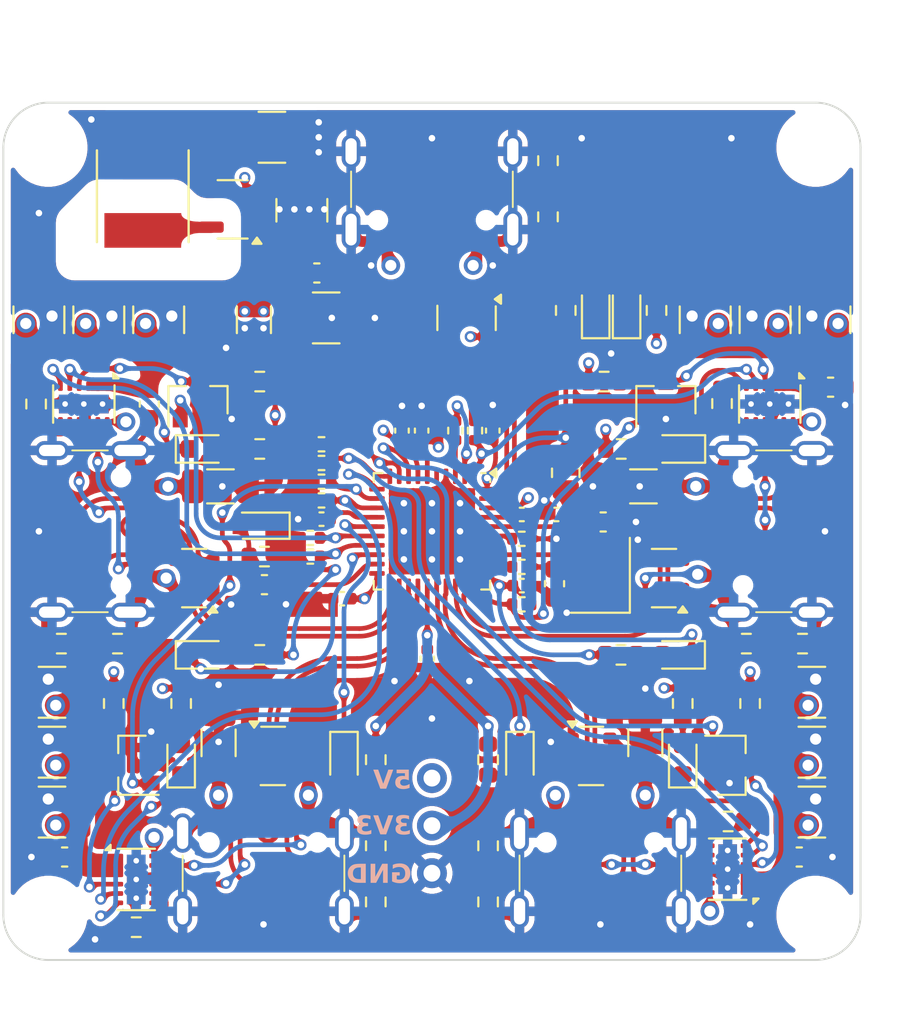
<source format=kicad_pcb>
(kicad_pcb (version 20241229) (generator "pcbnew") (generator_version "9.0")
  (layers (0 "F.Cu" signal) (4 "In1.Cu" power) (6 "In2.Cu" power) (2 "B.Cu" signal) (13 "F.Paste" user) (15 "B.Paste" user) (5 "F.SilkS" user "F.Silkscreen") (7 "B.SilkS" user "B.Silkscreen") (1 "F.Mask" user) (3 "B.Mask" user) (25 "Edge.Cuts" user))
  (net 0 "")
  (net 1 "GND")
  (net 2 "/VCC_{5V}")
  (net 3 "/3V3")
  (net 4 "/X_{IN}")
  (net 5 "Net-(D3-A)")
  (net 6 "Net-(C17-Pad2)")
  (net 7 "/1V0")
  (net 8 "Net-(D6-A)")
  (net 9 "/~{RESET}")
  (net 10 "/A3V3")
  (net 11 "Net-(D9-A)")
  (net 12 "Net-(D10-A)")
  (net 13 "Net-(D11-A)")
  (net 14 "Net-(D12-A)")
  (net 15 "/D_{U}+")
  (net 16 "/D_{U}-")
  (net 17 "Net-(D15-A)")
  (net 18 "/~{SINK}_{1}")
  (net 19 "/D_{1}+")
  (net 20 "Net-(D17-A)")
  (net 21 "/D_{1}-")
  (net 22 "/LED_{1}")
  (net 23 "/LED_{2}")
  (net 24 "/LED_{3}")
  (net 25 "/LED_{4}")
  (net 26 "/~{SINK}_{2}")
  (net 27 "/D_{2}+")
  (net 28 "/D_{2}-")
  (net 29 "/~{SINK}_{3}")
  (net 30 "/D_{3}+")
  (net 31 "/D_{3}-")
  (net 32 "/~{SINK}_{4}")
  (net 33 "/D_{4}-")
  (net 34 "/D_{4}+")
  (net 35 "Net-(J3-CC2)")
  (net 36 "Net-(J3-SBU1)")
  (net 37 "Net-(J3-SBU2)")
  (net 38 "Net-(J3-CC1)")
  (net 39 "Net-(J4-CC2)")
  (net 40 "Net-(J4-SBU2)")
  (net 41 "Net-(J4-CC1)")
  (net 42 "Net-(J4-SBU1)")
  (net 43 "/~{PPON}_{1}")
  (net 44 "Net-(Q1-D)")
  (net 45 "/~{PPON}_{2}")
  (net 46 "/~{PPON}_{3}")
  (net 47 "/~{PPON}_{4}")
  (net 48 "/~{OC}_{2}")
  (net 49 "/~{OC}_{3}")
  (net 50 "/~{OC}_{4}")
  (net 51 "/~{OC}_{1}")
  (net 52 "Net-(U3-REF)")
  (net 53 "/V_{BUS}M")
  (net 54 "Net-(U5-REF)")
  (net 55 "/R_{REF}")
  (net 56 "/X_{OUT}")
  (net 57 "Net-(U6-REF)")
  (net 58 "Net-(U1-REF)")
  (net 63 "/Vout_{2}")
  (net 64 "/Vout_{4}")
  (net 65 "/Vout_{1}")
  (net 66 "Net-(D8-A)")
  (net 67 "/Vout_{3}")
  (net 68 "Net-(J5-CC2)")
  (net 69 "Net-(J5-CC1)")
  (net 70 "Net-(J5-SBU2)")
  (net 71 "Net-(J5-SBU1)")
  (net 72 "Net-(J6-CC1)")
  (net 73 "Net-(J6-SBU2)")
  (net 74 "Net-(J6-SBU1)")
  (net 75 "Net-(J6-CC2)")
  (net 77 "Net-(J1-CC2)")
  (net 79 "Net-(J1-CC1)")
  (net 80 "Net-(Q2-D)")
  (net 81 "Net-(Q3-D)")
  (net 82 "Net-(Q4-D)")
  (net 83 "Net-(U2-FB)")
  (net 84 "Net-(U2-SW)")
  (net 85 "Net-(D2-A)")
  (footprint "Capacitor_SMD:C_0603_1608Metric" (layer "F.Cu") (at 106.55 102.8 90)
    (property "Reference" "C17" (hide yes))
    (property "Value" "15pF" (hide yes))
  )
  (footprint "Resistor_SMD:R_0603_1608Metric" (layer "F.Cu") (at 91.05 101.35 180)
    (property "Reference" "R35" (hide yes))
    (property "Value" "10kΩ" (hide yes))
  )
  (footprint "Resistor_SMD:R_0603_1608Metric" (layer "F.Cu") (at 116.8 106 180)
    (property "Reference" "R17" (hide yes))
    (property "Value" "100kΩ" (hide yes))
  )
  (footprint "Resistor_SMD:R_0603_1608Metric" (layer "F.Cu") (at 110.1125 95.6)
    (property "Reference" "R10" (hide yes))
    (property "Value" "47kΩ" (hide yes))
  )
  (footprint "Package_TO_SOT_SMD:SOT-143" (layer "F.Cu") (at 87.3 102.5 180)
    (property "Reference" "D18" (hide yes))
    (property "Value" "PRTR5V0U2X" (hide yes))
  )
  (footprint "Capacitor_SMD:C_1210_3225Metric" (layer "F.Cu") (at 91.45 78.95)
    (property "Reference" "C29" (hide yes))
    (property "Value" "47uF")
  )
  (footprint "Resistor_SMD:R_0603_1608Metric" (layer "F.Cu") (at 80.2 106 180)
    (property "Reference" "R44" (hide yes))
    (property "Value" "100kΩ" (hide yes))
  )
  (footprint "Resistor_SMD:R_0603_1608Metric" (layer "F.Cu") (at 106.2 83.2 -90)
    (property "Reference" "R7" (hide yes))
    (property "Value" "5.1kΩ")
  )
  (footprint "Capacitor_SMD:C_1210_3225Metric" (layer "F.Cu") (at 120.3 115)
    (property "Reference" "C12" (hide yes))
    (property "Value" "47uF" (hide yes))
  )
  (footprint "Resistor_SMD:R_0603_1608Metric" (layer "F.Cu") (at 112 88.2 90)
    (property "Reference" "R2" (hide yes))
    (property "Value" "15kΩ")
  )
  (footprint "_platinumegg:USB_C_Receptacle_5077CR-16SMC2" (layer "F.Cu") (at 109 122.8 180)
    (property "Reference" "J4" (hide yes))
    (property "Value" "5077CR-16SMC2" (hide yes))
  )
  (footprint "Package_TO_SOT_SMD:SOT-143" (layer "F.Cu") (at 101.85 88.6 -90)
    (property "Reference" "D1" (hide yes))
    (property "Value" "PRTR5V0U2X" (hide yes))
  )
  (footprint "Capacitor_SMD:C_1210_3225Metric" (layer "F.Cu") (at 79 88.7 90)
    (property "Reference" "C2" (hide yes))
    (property "Value" "47uF" (hide yes))
  )
  (footprint "Resistor_SMD:R_0402_1005Metric" (layer "F.Cu") (at 94.1 96.35)
    (property "Reference" "R1" (hide yes))
    (property "Value" "10kΩ" (hide yes))
  )
  (footprint "LED_SMD:LED_0603_1608Metric" (layer "F.Cu") (at 95.3 112.2 -90)
    (property "Reference" "D10" (hide yes))
    (property "Value" "White" (hide yes))
  )
  (footprint "Capacitor_SMD:C_0402_1005Metric" (layer "F.Cu") (at 104.8 102.9)
    (property "Reference" "C26" (hide yes))
    (property "Value" "0.1uF" (hide yes))
  )
  (footprint "Capacitor_SMD:C_1210_3225Metric" (layer "F.Cu") (at 82.2 88.7 90)
    (property "Reference" "C3" (hide yes))
    (property "Value" "47uF" (hide yes))
  )
  (footprint "LED_SMD:LED_0603_1608Metric" (layer "F.Cu") (at 110.4 88.2 90)
    (property "Reference" "D3" (hide yes))
    (property "Value" "Orange" (hide yes))
  )
  (footprint "Resistor_SMD:R_0402_1005Metric" (layer "F.Cu") (at 104.8 101.9)
    (property "Reference" "R36" (hide yes))
    (property "Value" "680Ω")
  )
  (footprint "Capacitor_SMD:C_0402_1005Metric" (layer "F.Cu") (at 104.8 99.1)
    (property "Reference" "C20" (hide yes))
    (property "Value" "0.1uF" (hide yes))
  )
  (footprint "Capacitor_SMD:C_1206_3216Metric" (layer "F.Cu") (at 111.4 111.3 90)
    (property "Reference" "C11" (hide yes))
    (property "Value" "4.7uF" (hide yes))
  )
  (footprint "_platinumegg:WSON-12-1EP_3x2mm_P0.5mm_EP1x2.65_ThermalVias" (layer "F.Cu") (at 81.4 93.2 -90)
    (property "Reference" "U1" (hide yes))
    (property "Value" "TPS25821")
  )
  (footprint "Capacitor_SMD:C_1210_3225Metric" (layer "F.Cu") (at 117.8 88.7 90)
    (property "Reference" "C8" (hide yes))
    (property "Value" "47uF" (hide yes))
  )
  (footprint "LED_SMD:LED_0603_1608Metric" (layer "F.Cu") (at 108.75 88.2 90)
    (property "Reference" "D2" (hide yes))
    (property "Value" "Green")
  )
  (footprint "Resistor_SMD:R_0603_1608Metric" (layer "F.Cu") (at 90.8 106.6 180)
    (property "Reference" "R13" (hide yes))
    (property "Value" "33kΩ")
  )
  (footprint "Capacitor_SMD:C_0603_1608Metric" (layer "F.Cu") (at 93.85 86.2)
    (property "Reference" "C37" (hide yes))
    (property "Value" "0.1uF")
  )
  (footprint "LED_SMD:LED_0603_1608Metric" (layer "F.Cu") (at 87.8 95.6)
    (property "Reference" "D17" (hide yes))
    (property "Value" "WarmWhite" (hide yes))
  )
  (footprint "Capacitor_SMD:C_0603_1608Metric" (layer "F.Cu") (at 119.625 117.4)
    (property "Reference" "C15" (hide yes))
    (property "Value" "0.1uF" (hide yes))
  )
  (footprint "_platinumegg:SOT-23" (layer "F.Cu") (at 87.5 93 90)
    (property "Reference" "Q4" (hide yes))
    (property "Value" "BSS138" (hide yes))
  )
  (footprint "Resistor_SMD:R_0402_1005Metric" (layer "F.Cu") (at 93.5 101.35)
    (property "Reference" "R5" (hide yes))
    (property "Value" "10kΩ" (hide yes))
  )
  (footprint "Resistor_SMD:R_0402_1005Metric" (layer "F.Cu") (at 104.8 103.9 180)
    (property "Reference" "R20" (hide yes))
    (property "Value" "10kΩ")
  )
  (footprint "Capacitor_SMD:C_0402_1005Metric" (layer "F.Cu") (at 99.45 94.62 90)
    (property "Reference" "C21" (hide yes))
    (property "Value" "4.7uF" (hide yes))
  )
  (footprint "Package_TO_SOT_SMD:SOT-143" (layer "F.Cu") (at 91.5 112)
    (property "Reference" "D16" (hide yes))
    (property "Value" "PRTR5V0U2X" (hide yes))
  )
  (footprint "Resistor_SMD:R_0603_1608Metric" (layer "F.Cu") (at 103 116.8 90)
    (property "Reference" "R32" (hide yes))
    (property "Value" "100kΩ" (hide yes))
  )
  (footprint "LED_SMD:LED_0603_1608Metric" (layer "F.Cu") (at 86.6 112.2 90)
    (property "Reference" "D15" (hide yes))
    (property "Value" "WarmWhite" (hide yes))
  )
  (footprint "Resistor_SMD:R_0402_1005Metric" (layer "F.Cu") (at 94.1 98.35)
    (property "Reference" "R4" (hide yes))
    (property "Value" "10kΩ" (hide yes))
  )
  (footprint "Resistor_SMD:R_0402_1005Metric" (layer "F.Cu") (at 102.3 94.62 -90)
    (property "Reference" "R11" (hide yes))
    (property "Value" "10kΩ" (hide yes))
  )
  (footprint "_platinumegg:SOT-23" (layer "F.Cu") (at 116 112.5)
    (property "Reference" "Q2" (hide yes))
    (property "Value" "BSS138" (hide yes))
  )
  (footprint "Capacitor_SMD:C_0402_1005Metric" (layer "F.Cu") (at 95.2 103.6 180)
    (property "Reference" "C19" (hide yes))
    (property "Value" "0.1uF" (hide yes))
  )
  (footprint "_platinumegg:SOT-23" (layer "F.Cu") (at 112.5 93 90)
    (property "Reference" "Q1" (hide yes))
    (property "Value" "BSS138" (hide yes))
  )
  (footprint "_platinumegg:MountingHole_2.2mm" (layer "F.Cu") (at 120.5 120.5)
    (property "Reference" "H3")
    (property "Value" "m2")
  )
  (footprint "Capacitor_SMD:C_0402_1005Metric" (layer "F.Cu") (at 98.4 94.62 90)
    (property "Reference" "C18" (hide yes))
    (property "Value" "4.7uF")
  )
  (footprint "Capacitor_SMD:C_1210_3225Metric" (layer "F.Cu") (at 121 88.7 90)
    (property "Reference" "C9" (hide yes))
    (property "Value" "47uF" (hide yes))
  )
  (footprint "Capacitor_SMD:C_1206_3216Metric" (layer "F.Cu") (at 88.7 97.6)
    (property "Reference" "C1" (hide yes))
    (property "Value" "4.7uF" (hide yes))
  )
  (footprint "Resistor_SMD:R_0402_1005Metric" (layer "F.Cu") (at 94.1 97.35)
    (property "Reference" "R22" (hide yes))
    (property "Value" "10kΩ")
  )
  (footprint "LED_SMD:LED_0603_1608Metric" (layer "F.Cu") (at 104.7 112.2 -90)
    (property "Reference" "D9" (hide yes))
    (property "Value" "White" (hide yes))
  )
  (footprint "_platinumegg:WSON-12-1EP_3x2mm_P0.5mm_EP1x2.65_ThermalVias" (layer "F.Cu") (at 115.8 118.05 180)
    (property "Reference" "U5" (hide yes))
    (property "Value" "TPS25821")
  )
  (footprint "Capacitor_SMD:C_1210_3225Metric" (layer "F.Cu") (at 79.7 115 180)
    (property "Reference" "C32" (hide yes))
    (property "Value" "47uF" (hide yes))
  )
  (footprint "Capacitor_SMD:C_1210_3225Metric" (layer "F.Cu") (at 85.4 88.7 90)
    (property "Reference" "C35" (hide yes))
    (property "Value" "47uF" (hide yes))
  )
  (footprint "_platinumegg:SOT-23" (layer "F.Cu") (at 84 112.5 180)
    (property "Reference" "Q3" (hide yes))
    (property "Value" "BSS138" (hide yes))
  )
  (footprint "Capacitor_SMD:C_1206_3216Metric" (layer "F.Cu") (at 90.4875 88.7 -90)
    (property "Reference" "C30" (hide yes))
    (property "Value" "4.7uF" (hide yes))
  )
  (footprint "_platinumegg:PinHeader_1x01_P2.54mm_Vertical" (layer "F.Cu") (at 100 115.725)
    (property "Reference" "J7" (hide yes))
    (property "Value" "Conn_01x01" (hide yes))
  )
  (footprint "Resistor_SMD:R_0603_1608Metric" (layer "F.Cu") (at 119.8 106)
    (property "Reference" "R16" (hide yes))
    (property "Value" "100kΩ" (hide yes))
  )
  (footprint "_platinumegg:PinHeader_1x01_P2.54mm_Vertical" (layer "F.Cu") (at 100 118.265)
    (property "Reference" "J8" (hide yes))
    (property "Value" "Conn_01x01" (hide yes))
  )
  (footprint "Resistor_SMD:R_0603_1608Metric" (layer "F.Cu") (at 83.2 106)
    (property "Reference" "R43" (hide yes))
    (property "Value" "100kΩ" (hide yes))
  )
  (footprint "_platinumegg:WSON-12-1EP_3x2mm_P0.5mm_EP1x2.65_ThermalVias" (layer "F.Cu") (at 118.05 93.2 -90)
    (property "Reference" "U3" (hide yes))
    (property "Value" "TPS25821")
  )
  (footprint "Resistor_SMD:R_0603_1608Metric" (layer "F.Cu") (at 84.2 121.15 180)
    (property "Reference" "R41" (hide yes))
    (property "Value" "100kΩ" (hide yes))
  )
  (footprint "_platinumegg:USB_C_Receptacle_5077CR-16SMC2" (layer "F.Cu") (at 91 122.8 180)
    (property "Reference" "J5" (hide yes))
    (property "Value" "5077CR-16SMC2" (hide yes))
  )
  (footprint "Capacitor_SMD:C_0402_1005Metric" (layer "F.Cu") (at 103.25 94.62 90)
    (property "Reference" "C27" (hide yes))
    (property "Value" "0.1uF" (hide yes))
  )
  (footprint "Capacitor_SMD:C_1210_3225Metric" (layer "F.Cu") (at 120.3 108.6)
    (property "Reference" "C13" (hide yes))
    (property "Value" "47uF" (hide yes))
  )
  (footprint "LED_SMD:LED_0603_1608Metric" (layer "F.Cu") (at 87.8 106.6)
    (property "Reference" "D11" (hide yes))
    (property "Value" "White" (hide yes))
  )
  (footprint "Capacitor_SMD:C_0402_1005Metric" (layer "F.Cu") (at 106.65 99.1 180)
    (property "Reference" "C28" (hide yes))
    (property "Value" "0.1uF" (hide yes))
  )
  (footprint "Capacitor_SMD:C_1210_3225Metric" (layer "F.Cu") (at 79.7 111.8 180)
    (property "Reference" "C33" (hide yes))
    (property "Value" "47uF" (hide yes))
  )
  (footprint "Resistor_SMD:R_0603_1608Metric" (layer "F.Cu") (at 90.8 92)
    (property "Reference" "R42" (hide yes))
    (property "Value" "100kΩ" (hide yes))
  )
  (footprint "Resistor_SMD:R_0603_1608Metric" (layer "F.Cu") (at 86.6 109.2 -90)
    (property "Reference" "R37" (hide yes))
    (property "Value" "47kΩ" (hide yes))
  )
  (footprint "Resistor_SMD:R_0603_1608Metric" (layer "F.Cu") (at 115.5 93.175 90)
    (property "Reference" "R18" (hide yes))
    (property "Value" "100kΩ" (hide yes))
  )
  (footprint "Capacitor_SMD:C_1206_3216Metric" (layer "F.Cu") (at 88.6 111.3 90)
    (property "Reference" "C23" (hide yes))
    (property "Value" "4.7uF" (hide yes))
  )
  (footprint "Capacitor_SMD:C_0603_1608Metric" (layer "F.Cu") (at 109.15 99.5 180)
    (property "Reference" "C16" (hide yes))
    (property "Value" "15pF" (hide yes))
  )
  (footprint "Resistor_SMD:R_0603_1608Metric" (layer "F.Cu") (at 97 119.8 -90)
    (property "Reference" "R40" (hide yes))
    (property "Value" "100kΩ" (hide yes))
  )
  (footprint "Resistor_SMD:R_0603_1608Metric" (layer "F.Cu") (at 106.2 80.2 -90)
    (property "Reference" "R8" (hide yes))
    (property "Value" "5.1kΩ")
  )
  (footprint "Capacitor_SMD:C_0402_1005Metric" (layer "F.Cu") (at 94.1 99.35 180)
    (property "Reference" "C5" (hide yes))
    (property "Value" "0.1uF" (hide yes))
  )
  (footprint "_platinumegg:Rohm_UMD2" (layer "F.Cu") (at 90.8 99.7 180)
    (property "Reference" "D14" (hide yes))
    (property "Value" "RB510VM-40" (hide yes))
  )
  (footprint "Resistor_SMD:R_0603_1608Metric" (layer "F.Cu") (at 97 116.8 90)
    (property "Reference" "R39" (hide yes))
    (property "Value" "100kΩ" (hide yes))
  )
  (footprint "Package_DFN_QFN:QFN-40-1EP_6x6mm_P0.5mm_EP4.6x4.6mm" (layer "F.Cu") (at 100 100 -90)
    (property "Reference" "U4" (hide yes))
    (property "Value" "μPD720115" (hide yes))
  )
  (footprint "Capacitor_SMD:C_1206_3216Metric" (layer "F.Cu") (at 111.3 97.6 180)
    (property "Reference" "C6" (hide yes))
    (property "Value" "4.7uF" (hide yes))
  )
  (footprint "_platinumegg:MountingHole_2.2mm" (layer "F.Cu") (at 79.5 120.5)
    (property "Reference" "H4")
    (property "Value" "m2")
  )
  (footprint "Package_TO_SOT_SMD:TSOT-23-5" (layer "F.Cu") (at 89.35 82.8 180)
    (property "Reference" "U2" (hide yes))
    (property "Value" "LM3670MF-3.3")
  )
  (footprint "Capacitor_SMD:C_1210_3225Metric" (layer "F.Cu") (at 79.7 108.6 180)
    (property "Reference" "C31" (hide yes))
    (property "Value" "47uF" (hide yes))
  )
  (footprint "Resistor_SMD:R_0603_1608Metric" (layer "F.Cu") (at 110.1 106.6)
    (property "Reference" "R6" (hide yes))
    (property "Value" "33kΩ")
  )
  (footprint "_platinumegg:IND_LQH5BPN100M38L" (layer "F.Cu") (at 84.55 82.1 90)
    (property "Reference" "L1" (hide yes))
    (property "Value" "10uH")
  )
  (footprint "Resistor_SMD:R_0603_1608Metric" (layer "F.Cu") (at 103 112.2 -90)
    (property "Reference" "R9" (hide yes))
    (property "Value" "33kΩ")
  )
  (footprint "Capacitor_SMD:C_0402_1005Metric" (layer "F.Cu") (at 99.75 106.8 -90)
    (property "Reference" "C25" (hide yes))
    (property "Value" "0.1uF" (hide yes))
  )
  (footprint "Resistor_SMD:R_0402_1005Metric" (layer "F.Cu") (at 94.1 95.35)
    (property "Reference" "R21" (hide yes))
    (property "Value" "10kΩ")
  )
  (footprint "Crystal:Crystal_SMD_SeikoEpson_TSX3225-4Pin_3.2x2.5mm" (layer "F.Cu") (at 109 102.35 90)
    (property "Reference" "Y1" (hide yes))
    (property "Value" "24MHz" (hide yes))
  )
  (footprint "Resistor_SMD:R_0402_1005Metric" (layer "F.Cu") (at 104.8 100.4 180)
    (property "Reference" "R34" (hide yes))
    (property "Value" "1.6kΩ")
  )
  (footprint "Resistor_SMD:R_0603_1608Metric" (layer "F.Cu") (at 90.8 95.6 180)
    (property "Reference" "R3" (hide yes))
    (property "Value" "47kΩ" (hide yes))
  )
  (footprint "_platinumegg:MountingHole_2.2mm" (layer "F.Cu") (at 79.5 79.5)
    (property "Reference" "H1")
    (property "Value" "m2")
  )
  (footprint "Capacitor_SMD:C_1210_3225Metric" (layer "F.Cu") (at 94.35 88.6)
    (property "Reference" "C38" (hide yes))
    (property "Value" "47uF")
  )
  (footprint "Resistor_SMD:R_0402_1005Metric" (layer "F.Cu") (at 101.25 94.62 -90)
    (property "Reference" "R14" (hide yes))
    (property "Value" "10kΩ" (hide yes))
  )
  (footprint "Capacitor_SMD:C_1210_3225Metric" (layer "F.Cu") (at 114.6 88.7 90)
    (property "Reference" "C7" (hide yes))
    (property "Value" "47uF" (hide yes))
  )
  (footprint "_platinumegg:PinHeader_1x01_P2.54mm_Vertical" (layer "F.Cu") (at 100 113.185)
    (property "Reference" "J2" (hide yes))
    (property "Value" "Conn_01x01" (hide yes))
  )
  (footprint "Resistor_SMD:R_0603_1608Metric" (layer "F.Cu") (at 113.4 109.2 -90)
    (property "Reference" "R23" (hide yes))
    (property "Value" "47kΩ" (hide yes))
  )
  (footprint "Resistor_SMD:R_0402_1005Metric" (layer "F.Cu") (at 93.5 100.35)
    (property "Reference" "R24" (hide yes))
    (property "Value" "10kΩ")
  )
  (footprint "Resistor_SMD:R_0603_1608Metric" (layer "F.Cu") (at 78.85 93.2 90)
    (property "Reference" "R45" (hide yes))
    (property "Value" "100kΩ" (hide yes))
  )
  (footprint "_platinumegg:WSON-12-1EP_3x2mm_P0.5mm_EP1x2.65_ThermalVias" (layer "F.Cu") (at 84.2 118.6)
    (property "Reference" "U6" (hide yes))
    (property "Value" "TPS25821")
  )
  (footprint "Resistor_SMD:R_0603_1608Metric" (layer "F.Cu") (at 115.825 115.5)
    (property "Reference" "R33" (hide yes))
    (property "Value" "100kΩ" (hide yes))
  )
  (footprint "_platinumegg:USB_C_Receptacle_5077CR-16SMC2" (layer "F.Cu") (at 77.2 100 90)
    (property "Reference" "J6" (hide yes))
    (property "Value" "5077CR-16SMC2" (hide yes))
  )
  (footprint "Inductor_SMD:L_1210_3225Metric" (layer "F.Cu") (at 93.05 82.85 -90)
    (property "Reference" "L2" (hide yes))
    (property "Value" "1uH")
  )
  (footprint "Package_TO_SOT_SMD:SOT-143" (layer "F.Cu") (at 108.5 112)
    (property "Reference" "D13" (hide yes))
    (property "Value" "PRTR5V0U2X" (hide yes))
  )
  (footprint "LED_SMD:LED_0603_1608Metric" (layer "F.Cu") (at 113.4 112.2 90)
    (property "Reference" "D12" (hide yes))
    (property "Value" "WarmWhite" (hide yes))
  )
  (footprint "LED_SMD:LED_0603_1608Metric" (layer "F.Cu") (at 113.1 106.6 180)
    (property "Reference" "D8" (hide yes))
    (property "Value" "White" (hide yes))
  )
  (footprint "_platinumegg:USB_C_Receptacle_5077CR-16SMC2" (layer "F.Cu") (at 122.8 100 -90)
    (property "Reference" "J3" (hide yes))
    (property "Value" "5077CR-16SMC2")
  )
  (footprint "Resistor_SMD:R_0603_1608Metric" (layer "F.Cu") (at 83 109.2 90)
    (property "Reference" "R38" (hide yes))
    (property "Value" "100kΩ" (hide yes))
  )
  (footprint "_platinumegg:USB_C_Receptacle_5077CR-16SMC2" (layer "F.Cu") (at 100 77.2)
    (property "Reference" "J1" (hide yes))
    (property "Value" "5077CR-16SMC2" (hide yes))
  )
  (footprint "Resistor_SMD:R_0603_1608Metric" (layer "F.Cu") (at 97 112.2 -90)
    (property "Reference" "R12" (hide yes))
    (property "Value" "33kΩ")
  )
  (footprint "LED_SMD:LED_0603_1608Metric" (layer "F.Cu") (at 113.1125 95.6 180)
    (property "Reference" "D6" (hide yes))
    (property "Value" "WarmWhite" (hide yes))
  )
  (footprint "Package_TO_SOT_SMD:SOT-143" (layer "F.Cu") (at 112.4 102.5 180)
    (property "Reference" "D7" (hide yes))
    (property "Value" "PRTR5V0U2X" (hide yes))
  )
  (footprint "Resistor_SMD:R_0603_1608Metric" (layer "F.Cu") (at 103 119.8 -90)
    (property "Reference" "R31" (hide yes))
    (property "Value" "100kΩ" (hide yes))
  )
  (footprint "Resistor_SMD:R_0603_1608Metric" (layer "F.Cu") (at 117 109.2 90)
    (property "Reference" "R30" (hide yes))
    (property "Value" "100kΩ" (hide yes))
  )
  (footprint "Capacitor_SMD:C_0603_1608Metric" (layer "F.Cu") (at 121.3 92.3)
    (property "Reference" "C10" (hide yes))
    (property "Value" "0.1uF" (hide yes))
  )
  (footprint "_platinumegg:MountingHole_2.2mm" (layer "F.Cu") (at 120.5 79.5)
    (property "Reference" "H2")
    (property "Value" "m2")
  )
  (footprint "Resistor_SMD:R_0603_1608Metric" (layer "F.Cu") (at 109.2 92 180)
    (property "Reference" "R15" (hide yes))
    (property "Value" "100kΩ" (hide yes))
  )
  (footprint "Resistor_SMD:R_0805_2012Metric" (layer "F.Cu") (at 107.15 96.875 -90)
    (property "Reference" "FB2" (hide yes))
    (property "Value" "BLM21SP601SN1D" (hide yes))
  )
  (footprint "Resistor_SMD:R_0603_1608Metric" (layer "F.Cu") (at 107.15 88.2 90)
    (property "Reference" "R19" (hide yes))
    (property "Value" "47kΩ")
  )
  (footprint "Capacitor_SMD:C_0603_1608Metric" (layer "F.Cu") (at 80.375 117.4 180)
    (property "Reference" "C34" (hide yes))
    (property "Value" "0.1uF" (hide yes))
  )
  (footprint "Capacitor_SMD:C_0603_1608Metric" (layer "F.Cu") (at 91.05 102.85 180)
    (property "Reference" "C22" (hide yes))
    (property "Value" "1uF")
  )
  (footprint "Capacitor_SMD:C_0603_1608Metric" (layer "F.Cu") (at 84.9 93.2 -90)
    (property "Reference" "C36" (hide yes))
    (property "Value" "0.1uF" (hide yes))
  )
  (footprint "Capacitor_SMD:C_1210_3225Metric" (layer "F.Cu") (at 120.3 111.8)
    (property "Reference" "C14" (hide yes))
    (property "Value" "47uF" (hide yes))
  )
  (gr_line (start 79.5 77.1) (end 120.5 77.1) (stroke (width 0.1)) (layer "Edge.Cuts"))
  (gr_line (start 122.9 79.5) (end 122.9 120.5) (stroke (width 0.1)) (layer "Edge.Cuts"))
  (gr_arc (start 77.1 79.5) (mid 77.802944 77.802944) (end 79.5 77.1) (stroke (width 0.1)) (layer "Edge.Cuts"))
  (gr_arc (start 120.5 77.1) (mid 122.197056 77.802944) (end 122.9 79.5) (stroke (width 0.1)) (layer "Edge.Cuts"))
  (gr_arc (start 79.5 122.9) (mid 77.802944 122.197056) (end 77.1 120.5) (stroke (width 0.1)) (layer "Edge.Cuts"))
  (gr_arc (start 122.9 120.5) (mid 122.197056 122.197056) (end 120.5 122.9) (stroke (width 0.1)) (layer "Edge.Cuts"))
  (gr_line (start 120.5 122.9) (end 79.5 122.9) (stroke (width 0.1)) (layer "Edge.Cuts"))
  (gr_line (start 77.1 120.5) (end 77.1 79.5) (stroke (width 0.1)) (layer "Edge.Cuts"))
  (gr_text "5V" (at 98.914 113.9216 0) (layer "B.SilkS") (effects (font (size 1 1) (thickness 0.2) (bold yes)) (justify left bottom mirror)))
  (gr_text "3V3" (at 98.914 116.36 0) (layer "B.SilkS") (effects (font (size 1 1) (thickness 0.25) (bold yes)) (justify left bottom mirror)))
  (gr_text "GND" (at 98.914 118.9508 0) (layer "B.SilkS") (effects (font (size 1 1) (thickness 0.25) (bold yes)) (justify left bottom mirror)))
  (segment (start 107.2 104.225) (end 107.2 104.35) (width 0.25) (layer "F.Cu") (net 1))
  (segment (start 118.3 93.45) (end 118.05 93.2) (width 0.25) (layer "F.Cu") (net 1))
  (segment (start 113.019412 115.819411) (end 113.32 116.12) (width 0.57) (layer "F.Cu") (net 1))
  (segment (start 97 115.975) (end 95.67006 115.975) (width 0.25) (layer "F.Cu") (net 1))
  (segment (start 95.019412 115.819411) (end 95.32 116.12) (width 0.57) (layer "F.Cu") (net 1))
  (segment (start 94.25 82.8) (end 90.4875 82.8) (width 0.6) (layer "F.Cu") (net 1))
  (segment (start 83.687348 120.837653) (end 83.375 121.15) (width 0.25) (layer "F.Cu") (net 1))
  (segment (start 108.075 103.575) (end 108.2 103.45) (width 0.8) (layer "F.Cu") (net 1))
  (segment (start 120.625 106) (end 120.625 104.645) (width 0.25) (layer "F.Cu") (net 1))
  (segment (start 79.375 106) (end 79.375 104.645) (width 0.5) (layer "F.Cu") (net 1))
  (segment (start 84.415632 95.144368) (end 83.88 95.68) (width 0.25) (layer "F.Cu") (net 1))
  (segment (start 115.8 116.65) (end 115.8 117.05) (width 0.25) (layer "F.Cu") (net 1))
  (segment (start 103.25 94.14) (end 103.25 93.25) (width 0.25) (layer "F.Cu") (net 1))
  (segment (start 106.65 100.4) (end 105.31 100.4) (width 0.25) (layer "F.Cu") (net 1))
  (segment (start 99.45 93.3) (end 99.45 94.14) (width 0.25) (layer "F.Cu") (net 1))
  (segment (start 103 115.975) (end 104.32994 115.975) (width 0.25) (layer "F.Cu") (net 1))
  (segment (start 86.980588 115.819411) (end 86.68 116.12) (width 0.57) (layer "F.Cu") (net 1))
  (segment (start 89.7 94) (end 89.3 94) (width 0.25) (layer "F.Cu") (net 1))
  (segment (start 89.85 90.175) (end 90.4875 90.175) (width 0.25) (layer "F.Cu") (net 1))
  (segment (start 115.5 92.35) (end 116.137867 92.987867) (width 0.25) (layer "F.Cu") (net 1))
  (segment (start 116.65 115.5) (end 116.012133 116.137867) (width 0.25) (layer "F.Cu") (net 1))
  (segment (start 85 110.7) (end 85 111.55) (width 0.25) (layer "F.Cu") (net 1))
  (segment (start 84.9 93.975) (end 84.507763 93.582763) (width 0.25) (layer "F.Cu") (net 1))
  (segment (start 90.8 90.4875) (end 90.8 92.9) (width 0.25) (layer "F.Cu") (net 1))
  (segment (start 79.162347 92.687348) (end 78.85 92.375) (width 0.25) (layer "F.Cu") (net 1))
  (segment (start 92.85 99.35) (end 93.62 99.35) (width 0.25) (layer "F.Cu") (net 1))
  (segment (start 115.819411 95.980588) (end 116.12 95.68) (width 0.57) (layer "F.Cu") (net 1))
  (segment (start 106.55 103.575) (end 106.55 103.7) (width 0.25) (layer "F.Cu") (net 1))
  (segment (start 85.15 118.35) (end 84.803553 118.35) (width 0.25) (layer "F.Cu") (net 1))
  (segment (start 106.2375 79.4125) (end 106.2 79.375) (width 0.25) (layer "F.Cu") (net 1))
  (segment (start 90.4875 90.175) (end 90.8 90.4875) (width 0.25) (layer "F.Cu") (net 1))
  (segment (start 114.85 118.3) (end 115.55 118.3) (width 0.25) (layer "F.Cu") (net 1))
  (segment (start 106.55 103.575) (end 108.075 103.575) (width 0.8) (layer "F.Cu") (net 1))
  (segment (start 112.5 94) (end 113.45 94) (width 0.25) (layer "F.Cu") (net 1))
  (segment (start 84.025 106) (end 84.025 104.67006) (width 0.5) (layer "F.Cu") (net 1))
  (segment (start 110.317158 100.732843) (end 109.8 101.25) (width 0.25) (layer "F.Cu") (net 1))
  (segment (start 108.1 103.45) (end 108.2 103.45) (width 0.25) (layer "F.Cu") (net 1))
  (segment (start 106.125018 103.250018) (end 106.55 103.675) (width 0.5) (layer "F.Cu") (net 1))
  (segment (start 102.9375 100.75) (end 102.25 100.75) (width 0.25) (layer "F.Cu") (net 1))
  (segment (start 83.77 95.68) (end 82.55 96.9) (width 0.25) (layer "F.Cu") (net 1))
  (segment (start 79.7 104.32) (end 79.375 104.645) (width 0.5) (layer "F.Cu") (net 1))
  (segment (start 115.975 106) (end 115.975 104.67006) (width 0.25) (layer "F.Cu") (net 1))
  (segment (start 115.48 103.2) (end 115.48 103.22) (width 0.57) (layer "F.Cu") (net 1))
  (segment (start 111.4 108.4) (end 111.4 109.825) (width 0.25) (layer "F.Cu") (net 1))
  (segment (start 102.25 100.75) (end 101.5 100) (width 0.25) (layer "F.Cu") (net 1))
  (segment (start 98.4 93.3) (end 98.4 94.14) (width 0.25) (layer "F.Cu") (net 1))
  (segment (start 97 120.625) (end 96.104619 120.625) (width 0.25) (layer "F.Cu") (net 1))
  (segment (start 103 120.625) (end 103.895381 120.625) (width 0.25) (layer "F.Cu") (net 1))
  (segment (start 106.35 111.25) (end 107.5 111.25) (width 0.25) (layer "F.Cu") (net 1))
  (segment (start 110.9 99.5) (end 109.925 99.5) (width 0.25) (layer "F.Cu") (net 1))
  (segment (start 115.9 113.45) (end 115 113.45) (width 0.25) (layer "F.Cu") (net 1))
  (segment (start 88.6 111.25) (end 90.5 111.25) (width 0.25) (layer "F.Cu") (net 1))
  (segment (start 115.805269 104.005269) (end 116.12 104.32) (width 0.57) (layer "F.Cu") (net 1))
  (segment (start 111.1 97.6) (end 109.825 97.6) (width 0.25) (layer "F.Cu") (net 1))
  (segment (start 92.925 79.65) (end 92.925 78.95) (width 0.25) (layer "F.Cu") (net 1))
  (segment (start 88.96 103.91) (end 89.27 103.91) (width 0.25) (layer "F.Cu") (net 1))
  (segment (start 115.55 118.3) (end 115.8 118.05) (width 0.25) (layer "F.Cu") (net 1))
  (segment (start 91.15 90.175) (end 90.4875 90.175) (width 0.25) (layer "F.Cu") (net 1))
  (segment (start 84.24392 103.95608) (end 83.88 104.32) (width 0.57) (layer "F.Cu") (net 1))
  (segment (start 88.8 97.6) (end 90.175 97.6) (width 0.25) (layer "F.Cu") (net 1))
  (segment (start 100.75 98.5) (end 100 98.5) (width 0.25) (layer "F.Cu") (net 1))
  (segment (start 116.65 93.2) (end 117.05 93.2) (width 0.25) (layer "F.Cu") (net 1))
  (segment (start 84.180589 95.980588) (end 83.88 95.68) (width 0.57) (layer "F.Cu") (net 1))
  (segment (start 83.88 95.68) (end 83.77 95.68) (width 0.25) (layer "F.Cu") (net 1))
  (segment (start 104.465 84.025) (end 104.32 83.88) (width 0.25) (layer "F.Cu") (net 1))
  (segment (start 103.2 84.52) (end 103.68 84.52) (width 0.57) (layer "F.Cu") (net 1))
  (segment (start 100.75 97.0625) (end 100.75 98.5) (width 0.25) (layer "F.Cu") (net 1))
  (segment (start 104.980588 115.819411) (end 104.68 116.12) (width 0.57) (layer "F.Cu") (net 1))
  (segment (start 81.65 94.15) (end 81.65 93.803553) (width 0.25) (layer "F.Cu") (net 1))
  (segment (start 104.645 79.375) (end 104.32 79.7) (width 0.25) (layer "F.Cu") (net 1))
  (segment (start 118.3 94.15) (end 118.3 93.45) (width 0.25) (layer "F.Cu") (net 1))
  (segment (start 92.925 78.35) (end 92.925 78.95) (width 0.25) (layer "F.Cu") (net 1))
  (segment (start 89.3 94) (end 88.45 94) (width 0.25) (layer "F.Cu") (net 1))
  (segment (start 120.625 104.645) (end 120.3 104.32) (width 0.25) (layer "F.Cu") (net 1))
  (segment (start 115.983209 104.32) (end 116.12 104.32) (width 0.25) (layer "F.Cu") (net 1))
  (segment (start 82.4 93.2) (end 83.583691 93.2) (width 0.25) (layer "F.Cu") (net 1))
  (segment (start 96.8 84.52) (end 96.32 84.52) (width 0.57) (layer "F.Cu") (net 1))
  (segment (start 84.52 103.2) (end 84.52 103.289564) (width 0.57) (layer "F.Cu") (net 1))
  (segment (start 88.6 111.25) (end 88.6 109.825) (width 0.25) (layer "F.Cu") (net 1))
  (via (at 89.3 94) (size 0.6) (drill 0.35) (layers "F.Cu" "B.Cu") (net 1))
  (via (at 111 100.45) (size 0.6) (drill 0.35) (layers "F.Cu" "B.Cu") (net 1))
  (via (at 93.45 82.8) (size 0.6) (drill 0.35) (layers "F.Cu" "B.Cu") (net 1))
  (via (at 91 89.15) (size 0.6) (drill 0.35) (layers "F.Cu" "B.Cu") (net 1))
  (via (at 102 108) (size 0.6) (drill 0.35) (layers "F.Cu" "B.Cu") (net 1))
  (via (at 82.9 88.5) (size 1) (drill 0.6) (layers "F.Cu" "B.Cu") (net 1))
  (via (at 98.5 98.5) (size 0.6) (drill 0.35) (layers "F.Cu" "B.Cu") (net 1))
  (via (at 121 100) (size 0.6) (drill 0.35) (layers "F.Cu" "B.Cu") (net 1))
  (via (at 96.75 85.8) (size 0.6) (drill 0.35) (layers "F.Cu" "B.Cu") (net 1))
  (via (at 121.4 117.4) (size 0.6) (drill 0.35) (layers "F.Cu" "B.Cu") (net 1))
  (via (at 120.3 88.5) (size 1) (drill 0.6) (layers "F.Cu" "B.Cu") (net 1))
  (via (at 82 121.8) (size 0.6) (drill 0.35) (layers "F.Cu" "B.Cu") (net 1))
  (via (at 79 100) (size 0.6) (drill 0.35) (layers "F.Cu" "B.Cu") (net 1))
  (via (at 117.1 88.5) (size 1) (drill 0.6) (layers "F.Cu" "B.Cu") (net 1))
  (via (at 120.5 107.9) (size 1) (drill 0.6) (layers "F.Cu" "B.Cu") (net 1))
  (via (at 106.65 100.4) (size 0.6) (drill 0.35) (layers "F.Cu" "B.Cu") (net 1))
  (via (at 111.4 108.4) (size 0.6) (drill 0.35) (layers "F.Cu" "B.Cu") (net 1))
  (via (at 86.1 88.5) (size 1) (drill 0.6) (layers "F.Cu" "B.Cu") (net 1))
  (via (at 88.6 108.2) (size 0.6) (drill 0.35) (layers "F.Cu" "B.Cu") (net 1))
  (via (at 79.7 88.5) (size 1) (drill 0.6) (layers "F.Cu" "B.Cu") (net 1))
  (via (at 100 101.5) (size 0.6) (drill 0.35) (layers "F.Cu" "B.Cu") (net 1))
  (via (at 113.9 88.5) (size 1) (drill 0.6) (layers "F.Cu" "B.Cu") (net 1))
  (via (at 91.85 82.8) (size 0.6) (drill 0.35) (layers "F.Cu" "B.Cu") (net 1))
  (via (at 92.85 99.35) (size 0.6) (drill 0.35) (layers "F.Cu" "B.Cu") (net 1))
  (via (at 116 79) (size 0.6) (drill 0.35) (layers "F.Cu" "B.Cu") (net 1))
  (via (at 91 121) (size 0.6) (drill 0.35) (layers "F.Cu" "B.Cu") (net 1))
  (via (at 96.95 88.6) (size 0.6) (drill 0.35) (layers "F.Cu" "B.Cu") (net 1))
  (via (at 78.6 117.4) (size 0.6) (drill 0.35) (layers "F.Cu" "B.Cu") (net 1))
  (via (at 108 79) (size 0.6) (drill 0.35) (layers "F.Cu" "B.Cu") (net 1))
  (via (at 122.075 93.25) (size 0.6) (drill 0.35) (layers "F.Cu" "B.Cu") (net 1))
  (via (at 98 108) (size 0.6) (drill 0.35) (layers "F.Cu" "B.Cu") (net 1))
  (via (at 79.5 114.3) (size 1) (drill 0.6) (layers "F.Cu" "B.Cu") (net 1))
  (via (at 112.5 94) (size 0.6) (drill 0.35) (layers "F.Cu" "B.Cu") (net 1))
  (via (at 106 98.35) (size 0.6) (drill 0.35) (layers "F.Cu" "B.Cu") (net 1))
  (via (at 101.5 101.5) (size 0.6) (drill 0.35) (layers "F.Cu" "B.Cu") (net 1))
  (via (at 93.95 79.75) (size 0.6) (drill 0.35) (layers "F.Cu" "B.Cu") (net 1))
  (via (at 85 110.7) (size 0.6) (drill 0.35) (layers "F.Cu" "B.Cu") (net 1))
  (via (at 94.65 88.6) (size 0.6) (drill 0.35) (layers "F.Cu" "B.Cu") (net 1))
  (via (at 106.35 111.25) (size 0.6) (drill 0.35) (layers "F.Cu" "B.Cu") (net 1))
  (via (at 110.9 99.5) (size 0.6) (drill 0.35) (layers "F.Cu" "B.Cu") (net 1))
  (via (at 90 89.15) (size 0.6) (drill 0.35) (layers "F.Cu" "B.Cu") (net 1))
  (via (at 120.5 111.1) (size 1) (drill 0.6) (layers "F.Cu" "B.Cu") (net 1))
  (via (at 103.25 93.25) (size 0.6) (drill 0.35) (layers "F.Cu" "B.Cu") (net 1))
  (via (at 100 100) (size 0.6) (drill 0.35) (layers "F.Cu" "B.Cu") (net 1))
  (via (at 103.25 85.8) (size 0.6) (drill 0.35) (layers "F.Cu" "B.Cu") (net 1))
  (via (at 108.6 97.6) (size 0.6) (drill 0.35) (layers "F.Cu" "B.Cu") (net 1))
  (via (at 109 121) (size 0.6) (drill 0.35) (layers "F.Cu" "B.Cu") (net 1))
  (via (at 98.4 93.3) (size 0.6) (drill 0.35) (layers "F.Cu" "B.Cu") (net 1))
  (via (at 101.5 100) (size 0.6) (drill 0.35) (layers "F.Cu" "B.Cu") (net 1))
  (via (at 98.5 101.5) (size 0.6) (drill 0.35) (layers "F.Cu" "B.Cu") (net 1))
  (via (at 111.1 97.6) (size 0.6) (drill 0.35) (layers "F.Cu" "B.Cu") (net 1))
  (via (at 79.5 111.1) (size 1) (drill 0.6) (layers "F.Cu" "B.Cu") (net 1))
  (via (at 79 83) (size 0.6) (drill 0.35) (layers "F.Cu" "B.Cu") (net 1))
  (via (at 89.27 103.91) (size 0.6) (drill 0.35) (layers "F.Cu" "B.Cu") (net 1))
  (via (at 93.95 78.15) (size 0.6) (drill 0.35) (layers "F.Cu" "B.Cu") (net 1))
  (via (at 107.2 104.35) (size 0.6) (drill 0.35) (layers "F.Cu" "B.Cu") (net 1))
  (via (at 81.8 78) (size 0.6) (drill 0.35) (layers "F.Cu" "B.Cu") (net 1))
  (via (at 101.5 98.5) (size 0.6) (drill 0.35) (layers "F.Cu" "B.Cu") (net 1))
  (via (at 115.9 113.45) (size 0.6) (drill 0.35) (layers "F.Cu" "B.Cu") (net 1))
  (via (at 117 121) (size 0.6) (drill 0.35) (layers "F.Cu" "B.Cu") (net 1))
  (via (at 79.5 107.9) (size 1) (drill 0.6) (layers "F.Cu" "B.Cu") (net 1))
  (via (at 88.8 97.6) (size 0.6) (drill 0.35) (layers "F.Cu" "B.Cu") (net 1))
  (via (at 93.95 78.95) (size 0.6) (drill 0.35) (layers "F.Cu" "B.Cu") (net 1))
  (via (at 100 79) (size 0.6) (drill 0.35) (layers "F.Cu" "B.Cu") (net 1))
  (via (at 109.575 90.5) (size 0.6) (drill 0.35) (layers "F.Cu" "B.Cu") (net 1))
  (via (at 99.45 93.3) (size 0.6) (drill 0.35) (layers "F.Cu" "B.Cu") (net 1))
  (via (at 120.5 114.3) (size 1) (drill 0.6) (layers "F.Cu" "B.Cu") (net 1))
  (via (at 88.6 111.25) (size 0.6) (drill 0.35) (layers "F.Cu" "B.Cu") (net 1))
  (via (at 100 98.5) (size 0.6) (drill 0.35) (layers "F.Cu" "B.Cu") (net 1))
  (via (at 92.65 82.8) (size 0.6) (drill 0.35) (layers "F.Cu" "B.Cu") (net 1))
  (via (at 89 90.2) (size 0.6) (drill 0.35) (layers "F.Cu" "B.Cu") (net 1))
  (via (at 92.2 103.9) (size 0.6) (drill 0.35) (layers "F.Cu" "B.Cu") (net 1))
  (via (at 94.25 82.8) (size 0.6) (drill 0.35) (layers "F.Cu" "B.Cu") (net 1))
  (via (at 100 110) (size 0.6) (drill 0.35) (layers "F.Cu" "B.Cu") (net 1))
  (via (at 98.5 100) (size 0.6) (drill 0.35) (layers "F.Cu" "B.Cu") (net 1))
  (arc (start 115.975 104.67006) (mid 116.012685 104.480609) (end 116.12 104.32) (width 0.25) (layer "F.Cu") (net 1))
  (arc (start 103.68 84.52) (mid 104.132548 84.332548) (end 104.32 83.88) (width 0.57) (layer "F.Cu") (net 1))
  (arc (start 83.583691 93.2) (mid 84.083795 93.299477) (end 84.507763 93.582763) (width 0.25) (layer "F.Cu") (net 1))
  (arc (start 112.2 115.48) (mid 112.643462 115.56821) (end 113.019412 115.819411) (width 0.57) (layer "F.Cu") (net 1))
  (arc (start 84.2 119.6) (mid 84.066766 120.269813) (end 83.687348 120.837653) (width 0.25) (layer "F.Cu") (net 1))
  (arc (start 84.9 93.975) (mid 84.774117 94.607857) (end 84.415632 95.144368) (width 0.25) (layer "F.Cu") (net 1))
  (arc (start 84.52 103.289564) (mid 84.448249 103.65028) (end 84.24392 103.95608) (width 0.57) (layer "F.Cu") (net 1))
  (arc (start 87.8 115.48) (mid 87.356538 115.56821) (end 86.980588 115.819411) (width 0.57) (layer "F.Cu") (net 1))
  (arc (start 105.8 115.48) (mid 105.356538 115.56821) (end 104.980588 115.819411) (width 0.57) (layer "F.Cu") (net 1))
  (arc (start 106.55 103.575) (mid 107.009619 103.765381) (end 107.2 104.225) (width 0.6) (layer "F.Cu") (net 1))
  (arc (start 115.48 103.22) (mid 115.564535 103.644984) (end 115.805269 104.005269) (width 0.57) (layer "F.Cu") (net 1))
  (arc (start 90.8 92.9) (mid 90.477817 93.677817) (end 89.7 94) (width 0.25) (layer "F.Cu") (net 1))
  (arc (start 107.2 104.35) (mid 107.463604 103.713604) (end 108.1 103.45) (width 0.6) (layer "F.Cu") (net 1))
  (arc (start 105.28 102.9) (mid 105.73732 102.990967) (end 106.125018 103.250018) (width 0.5) (layer "F.Cu") (net 1))
  (arc (start 109.925 97.841421) (mid 109.899011 97.710765) (end 109.825 97.6) (width 0.25) (layer "F.Cu") (net 1))
  (arc (start 109.925 100.948223) (mid 109.892513 101.111544) (end 109.8 101.25) (width 0.8) (layer "F.Cu") (net 1))
  (arc (start 81.65 93.803553) (mid 81.585027 93.476913) (end 81.4 93.2) (width 0.25) (layer "F.Cu") (net 1))
  (arc (start 115.43 103.25) (mid 115.465355 103.235355) (end 115.48 103.2) (width 0.25) (layer "F.Cu") (net 1))
  (arc (start 84.025 104.67006) (mid 83.987316 104.480609) (end 83.88 104.32) (width 0.25) (layer "F.Cu") (net 1))
  (arc (start 107.898224 103.575) (mid 108.061544 103.542513) (end 108.2 103.45) (width 0.25) (layer "F.Cu") (net 1))
  (arc (start 84.803553 118.35) (mid 84.476913 118.414973) (end 84.2 118.6) (width 0.25) (layer "F.Cu") (net 1))
  (arc (start 115.48 96.8) (mid 115.56821 96.356538) (end 115.819411 95.980588) (width 0.57) (layer "F.Cu") (net 1))
  (arc (start 84.52 96.8) (mid 84.43179 96.356538) (end 84.180589 95.980588) (width 0.57) (layer "F.Cu") (net 1))
  (arc (start 111 100.45) (mid 110.630448 100.523508) (end 110.317158 100.732843) (width 0.25) (layer "F.Cu") (net 1))
  (arc (start 95.67006 115.975) (mid 95.480609 116.012684) (end 95.32 116.12) (width 0.25) (layer "F.Cu") (net 1))
  (arc (start 94.2 115.48) (mid 94.643462 115.56821) (end 95.019412 115.819411) (width 0.57) (layer "F.Cu") (net 1))
  (arc (start 96.104619 120.625) (mid 95.679986 120.540535) (end 95.32 120.3) (width 0.25) (layer "F.Cu") (net 1))
  (arc (start 106.55 103.675) (mid 106.563783 103.744291) (end 106.603033 103.803033) (width 0.25) (layer "F.Cu") (net 1))
  (arc (start 96.32 84.52) (mid 95.867452 84.332548) (end 95.68 83.88) (width 0.57) (layer "F.Cu") (net 1))
  (arc (start 113.4 103.25) (mid 114.585187 104.041916) (end 115.983209 104.32) (width 0.5) (layer "F.Cu") (net 1))
  (arc (start 103.895381 120.625) (mid 104.320014 120.540535) (end 104.68 120.3) (width 0.25) (layer "F.Cu") (net 1))
  (arc (start 116.012133 116.137867) (mid 115.855132 116.372835) (end 115.8 116.65) (width 0.25) (layer "F.Cu") (net 1))
  (arc (start 104.32994 115.975) (mid 104.519391 116.012685) (end 104.68 116.12) (width 0.25) (layer "F.Cu") (net 1))
  (arc (start 116.137867 92.987867) (mid 116.372835 93.144868) (end 116.65 93.2) (width 0.25) (layer "F.Cu") (net 1))
  (arc (start 80.4 93.2) (mid 79.730187 93.066766) (end 79.162347 92.687348) (width 0.25) (layer "F.Cu") (net 1))
  (arc (start 88.3 103.25) (mid 88.49331 103.71669) (end 88.96 103.91) (width 0.25) (layer "F.Cu") (net 1))
  (segment (start 84.205269 94.894731) (end 84.7 94.4) (width 0.25) (layer "B.Cu") (net 1))
  (arc (start 83.88 95.68) (mid 83.964535 95.255016) (end 84.205269 94.894731) (width 0.25) (layer "B.Cu") (net 1))
  (segment (start 118.825 108.6) (end 118.825 111.8) (width 1.15) (layer "F.Cu") (net 2))
  (segment (start 121.7 90.175) (end 121 90.175) (width 1.15) (layer "F.Cu") (net 2))
  (segment (start 120.1 115.7) (end 118.825 115.7) (width 1.15) (layer "F.Cu") (net 2))
  (segment (start 101.35 94.11) (end 101.35 93.3) (width 0.25) (layer "F.Cu") (net 2))
  (segment (start 108.375 91) (end 108.375 92) (width 0.25) (layer "F.Cu") (net 2))
  (segment (start 97.6 85.6) (end 97.8 85.8) (width 0.57) (layer "F.Cu") (net 2))
  (segment (start 112.4 108.375) (end 113.4 108.375) (width 0.25) (layer "F.Cu") (net 2))
  (segment (start 101.75 95.95) (end 101.85 95.85) (width 0.25) (layer "F.Cu") (net 2))
  (segment (start 86.6 108.375) (end 85.625 108.375) (width 0.25) (layer "F.Cu") (net 2))
  (segment (start 121.7 88.9) (end 121.7 90.175) (width 1.15) (layer "F.Cu") (net 2))
  (segment (start 81.15 117.4) (end 81.15 115.025) (width 0.9) (layer "F.Cu") (net 2))
  (segment (start 116.63 119.3) (end 116.63 118.8) (width 0.25) (layer "F.Cu") (net 2))
  (segment (start 83.375 117.35) (end 83.375 117.85) (width 0.25) (layer "F.Cu") (net 2))
  (segment (start 78.3 88.9) (end 78.3 90.175) (width 1.15) (layer "F.Cu") (net 2))
  (segment (start 117 107.5) (end 117 108.375) (width 0.25) (layer "F.Cu") (net 2))
  (segment (start 90 81.1) (end 90 81.85) (width 0.25) (layer "F.Cu") (net 2))
  (segment (start 114.6 90.175) (end 117.8 90.175) (width 1.15) (layer "F.Cu") (net 2))
  (segment (start 117.8 90.175) (end 121 90.175) (width 1.15) (layer "F.Cu") (net 2))
  (segment (start 79.9 115.7) (end 81.175 115.7) (width 1.15) (layer "F.Cu") (net 2))
  (segment (start 78.3 90.175) (end 79 90.175) (width 1.15) (layer "F.Cu") (net 2))
  (segment (start 81.175 108.6) (end 81.175 111.8) (width 1.15) (layer "F.Cu") (net 2))
  (segment (start 81.725003 118.35) (end 83.25 118.35) (width 0.25) (layer "F.Cu") (net 2))
  (segment (start 81.175 111.8) (end 81.175 115) (width 1.15) (layer "F.Cu") (net 2))
  (segment (start 90 81.85) (end 90.4875 81.85) (width 0.25) (layer "F.Cu") (net 2))
  (segment (start 91.625 93.8) (end 91.625 95.6) (width 0.25) (layer "F.Cu") (net 2))
  (segment (start 116.75 118.3) (end 117.730002 118.3) (width 0.25) (layer "F.Cu") (net 2))
  (segment (start 102.4 85.6) (end 102.2 85.8) (width 0.57) (layer "F.Cu") (net 2))
  (segment (start 81.175 115.7) (end 81.175 115) (width 1.15) (layer "F.Cu") (net 2))
  (segment (start 109.2875 94.55) (end 109.2875 95.6) (width 0.25) (layer "F.Cu") (net 2))
  (segment (start 82.175 117.35) (end 83.25 117.35) (width 0.25) (layer "F.Cu") (net 2))
  (segment (start 97.6 84.52) (end 97.6 85.6) (width 0.57) (layer "F.Cu") (net 2))
  (segment (start 111.996 89.9692) (end 111.996 89.034656) (width 0.25) (layer "F.Cu") (net 2))
  (segment (start 116.75 119.3) (end 117.589999 119.3) (width 0.25) (layer "F.Cu") (net 2))
  (segment (start 91.625 93.8) (end 91.625 92) (width 0.25) (layer "F.Cu") (net 2))
  (segment (start 101.75 97.0625) (end 101.75 95.95) (width 0.25) (layer "F.Cu") (net 2))
  (segment (start 91.15 87.225) (end 90.4875 87.225) (width 0.25) (layer "F.Cu") (net 2))
  (segment (start 83 107.5) (end 83 108.375) (width 0.25) (layer "F.Cu") (net 2))
  (segment (start 118.825 111.8) (end 118.825 115) (width 1.15) (layer "F.Cu") (net 2))
  (segment (start 82.2 90.175) (end 79 90.175) (width 1.15) (layer "F.Cu") (net 2))
  (segment (start 83.375 118.35) (end 83.375 117.85) (width 0.25) (layer "F.Cu") (net 2))
  (segment (start 116.63 118.3) (end 116.63 118.8) (width 0.25) (layer "F.Cu") (net 2))
  (segment (start 102.4 84.52) (end 102.4 85.6) (width 0.57) (layer "F.Cu") (net 2))
  (segment (start 85.625 108.375) (end 85.6 108.4) (width 0.25) (layer "F.Cu") (net 2))
  (segment (start 102.05 89.6) (end 102.8 89.6) (width 0.25) (layer "F.Cu") (net 2))
  (segment (start 118.85 115.060355) (end 118.85 117.4) (width 0.9) (layer "F.Cu") (net 2))
  (segment (start 85.4 90.175) (end 82.2 90.175) (width 1.15) (layer "F.Cu") (net 2))
  (via (at 120.1 109.3) (size 1) (drill 0.6) (layers "F.Cu" "B.Cu") (net 2))
  (via (at 111.996 89.9692) (size 0.6) (drill 0.35) (layers "F.Cu" "B.Cu") (net 2))
  (via (at 79.9 109.3) (size 1) (drill 0.6) (layers "F.Cu" "B.Cu") (net 2))
  (via (at 91 88.25) (size 0.6) (drill 0.35) (layers "F.Cu" "B.Cu") (net 2))
  (via (at 79.9 115.7) (size 1) (drill 0.6) (layers "F.Cu" "B.Cu") (net 2))
  (via (at 102.2 85.8) (size 1) (drill 0.6) (layers "F.Cu" "B.Cu") (net 2))
  (via (at 108.375 91) (size 0.6) (drill 0.35) (layers "F.Cu" "B.Cu") (net 2))
  (via (at 120.1 115.7) (size 1) (drill 0.6) (layers "F.Cu" "B.Cu") (net 2))
  (via (at 101.85 95.85) (size 0.6) (drill 0.35) (layers "F.Cu" "B.Cu") (net 2))
  (via (at 90 88.25) (size 0.6) (drill 0.35) (layers "F.Cu" "B.Cu") (net 2))
  (via (at 117 107.5) (size 0.6) (drill 0.35) (layers "F.Cu" "B.Cu") (net 2))
  (via (at 78.3 88.9) (size 1) (drill 0.6) (layers "F.Cu" "B.Cu") (net 2))
  (via (at 84.7 88.9) (size 1) (drill 0.6) (layers "F.Cu" "B.Cu") (net 2))
  (via (at 85.6 108.4) (size 0.6) (drill 0.35) (layers "F.Cu" "B.Cu") (net 2))
  (via (at 79.9 112.5) (size 1) (drill 0.6) (layers "F.Cu" "B.Cu") (net 2))
  (via (at 118.5 88.9) (size 1) (drill 0.6) (layers "F.Cu" "B.Cu") (net 2))
  (via (at 97.8 85.8) (size 1) (drill 0.6) (layers "F.Cu" "B.Cu") (net 2))
  (via (at 121.7 88.9) (size 1) (drill 0.6) (layers "F.Cu" "B.Cu") (net 2))
  (via (at 83 107.5) (size 0.6) (drill 0.35) (layers "F.Cu" "B.Cu") (net 2))
  (via (at 112.4 108.375) (size 0.6) (drill 0.35) (layers "F.Cu" "B.Cu") (net 2))
  (via (at 120.1 112.5) (size 1) (drill 0.6) (layers "F.Cu" "B.Cu") (net 2))
  (via (at 91.625 93.8) (size 0.6) (drill 0.35) (layers "F.Cu" "B.Cu") (net 2))
  (via (at 101.35 93.3) (size 0.6) (drill 0.35) (layers "F.Cu" "B.Cu") (net 2))
  (via (at 81.5 88.9) (size 1) (drill 0.6) (layers "F.Cu" "B.Cu") (net 2))
  (via (at 109.2875 94.55) (size 0.6) (drill 0.35) (layers "F.Cu" "B.Cu") (net 2))
  (via (at 115.3 88.9) (size 1) (drill 0.6) (layers "F.Cu" "B.Cu") (net 2))
  (via (at 102.05 89.6) (size 0.6) (drill 0.35) (layers "F.Cu" "B.Cu") (net 2))
  (via (at 90 81.1) (size 0.6) (drill 0.35) (layers "F.Cu" "B.Cu") (net 2))
  (arc (start 120.099234 112.500642) (mid 119.197673 112.874081) (end 118.824234 113.775642) (width 1.15) (layer "F.Cu") (net 2))
  (arc (start 120.1 115.7) (mid 119.198439 115.326561) (end 118.825 114.425) (width 1.15) (layer "F.Cu") (net 2))
  (arc (start 117.730002 118.3) (mid 118.295686 118.065686) (end 118.53 117.5) (width 0.25) (layer "F.Cu") (net 2))
  (arc (start 79.9 115.7) (mid 80.801561 115.326561) (end 81.175 114.425) (width 1.15) (layer "F.Cu") (net 2))
  (arc (start 84.700642 88.899234) (mid 85.074081 89.800795) (end 85.975642 90.174234) (width 1.15) (layer "F.Cu") (net 2))
  (arc (start 118.500642 88.900766) (mid 118.874081 89.802327) (end 119.775642 90.175766) (width 1.15) (layer "F.Cu") (net 2))
  (arc (start 120.100766 109.299358) (mid 119.199205 108.925919) (end 118.825766 108.024358) (width 1.15) (layer "F.Cu") (net 2))
  (arc (start 120.1 109.3) (mid 119.198439 109.673439) (end 118.825 110.575) (width 1.15) (layer "F.Cu") (net 2))
  (arc (start 120.1 112.5) (mid 119.198439 112.126561) (end 118.825 111.225) (width 1.15) (layer "F.Cu") (net 2))
  (arc (start 81.499358 88.900766) (mid 81.125919 89.802327) (end 80.224358 90.175766) (width 1.15) (layer "F.Cu") (net 2))
  (arc (start 82.175 117.35) (mid 81.680025 117.144975) (end 81.475 116.65) (width 0.25) (layer "F.Cu") (net 2))
  (arc (start 78.3 88.9) (mid 78.673439 89.801561) (end 79.575 90.175) (width 1.15) (layer "F.Cu") (net 2))
  (arc (start 80.825 117.45) (mid 81.088605 118.086395) (end 81.725003 118.35) (width 0.25) (layer "F.Cu") (net 2))
  (arc (start 79.9 109.3) (mid 80.801561 109.673439) (end 81.175 110.575) (width 1.15) (layer "F.Cu") (net 2))
  (arc (start 79.9 112.5) (mid 80.801561 112.126561) (end 81.175 111.225) (width 1.15) (layer "F.Cu") (net 2))
  (arc (start 115.299358 88.899234) (mid 114.925919 89.800795) (end 114.024358 90.174234) (width 1.15) (layer "F.Cu") (net 2))
  (arc (start 79.900766 112.500642) (mid 80.802327 112.874081) (end 81.175766 113.775642) (width 1.15) (layer "F.Cu") (net 2))
  (arc (start 121.7 88.9) (mid 121.326561 89.801561) (end 120.425 90.175) (width 1.15) (layer "F.Cu") (net 2))
  (arc (start 119.17 117.72) (mid 119.076274 117.493726) (end 118.85 117.4) (width 0.25) (layer "F.Cu") (net 2))
  (arc (start 81.5 88.9) (mid 81.873439 89.801561) (end 82.775 90.175) (width 1.15) (layer "F.Cu") (net 2))
  (arc (start 115.3 88.9) (mid 115.673439 89.801561) (end 116.575 90.175) (width 1.15) (layer "F.Cu") (net 2))
  (arc (start 79.899234 109.299358) (mid 80.800795 108.925919) (end 81.174234 108.024358) (width 1.15) (layer "F.Cu") (net 2))
  (arc (start 117.589999 119.3) (mid 118.707228 118.837228) (end 119.17 117.72) (width 0.25) (layer "F.Cu") (net 2))
  (arc (start 118.5 88.9) (mid 118.126561 89.801561) (end 117.225 90.175) (width 1.15) (layer "F.Cu") (net 2))
  (arc (start 84.7 88.9) (mid 84.326561 89.801561) (end 83.425 90.175) (width 1.15) (layer "F.Cu") (net 2))
  (segment (start 101.85 95.85) (end 101.85 94.477106) (width 0.25) (layer "B.Cu") (net 2))
  (segment (start 101.371214 93.321214) (end 101.35 93.3) (width 0.25) (layer "B.Cu") (net 2))
  (arc (start 101.85 94.477106) (mid 101.725568 93.851542) (end 101.371214 93.321214) (width 0.25) (layer "B.Cu") (net 2))
  (segment (start 94.565 99.315) (end 93.6 98.35) (width 0.25) (layer "F.Cu") (net 3))
  (segment (start 102.95 97.15) (end 102.95 97.7375) (width 0.25) (layer "F.Cu") (net 3))
  (segment (start 92.85 98.35) (end 93.59 98.35) (width 0.25) (layer "F.Cu") (net 3))
  (segment (start 92.99 101.35) (end 91.875 101.35) (width 0.25) (layer "F.Cu") (net 3))
  (segment (start 93.59 97.35) (end 93.59 98.35) (width 0.25) (layer "F.Cu") (net 3))
  (segment (start 104.32 102.9) (end 103.6 102.9) (width 0.25) (layer "F.Cu") (net 3))
  (segment (start 99.75 105.55) (end 99.75 102.9375) (width 0.25) (layer "F.Cu") (net 3))
  (segment (start 102.3 94.15) (end 102.3 94.11) (width 0.25) (layer "F.Cu") (net 3))
  (segment (start 97 110.4) (end 97 111.375) (width 0.25) (layer "F.Cu") (net 3))
  (segment (start 94.703726 99.226274) (end 94.58 99.35) (width 0.25) (layer "F.Cu") (net 3))
  (segment (start 107.15 95) (end 107.15 95.9625) (width 0.25) (layer "F.Cu") (net 3))
  (segment (start 100.35 94.15) (end 100.35 93.25) (width 0.5) (layer "F.Cu") (net 3))
  (segment (start 100.35 94.15) (end 100.35 94.2) (width 0.5) (layer "F.Cu") (net 3))
  (segment (start 92.99 100.35) (end 92.99 101.35) (width 0.25) (layer "F.Cu") (net 3))
  (segment (start 108.4 106.6) (end 109.275 106.6) (width 0.25) (layer "F.Cu") (net 3))
  (segment (start 103.578661 102.891161) (end 102.9375 102.25) (width 0.25) (layer "F.Cu") (net 3))
  (segment (start 99.95 95.1) (end 99.45 95.1) (width 0.5) (layer "F.Cu") (net 3))
  (segment (start 99.75 106.32) (end 99.75 105.55) (width 0.25) (layer "F.Cu") (net 3))
  (segment (start 103.25 95.1) (end 102.3 94.15) (width 0.25) (layer "F.Cu") (net 3))
  (segment (start 103.6 102.9) (end 103.578661 102.891161) (width 0.25) (layer "F.Cu") (net 3))
  (segment (start 93.59 95.35) (end 93.59 96.35) (width 0.25) (layer "F.Cu") (net 3))
  (segment (start 92.6 106.6) (end 91.625 106.6) (width 0.25) (layer "F.Cu") (net 3))
  (segment (start 92.153517 100.003518) (end 91.85 99.7) (width 0.25) (layer "F.Cu") (net 3))
  (segment (start 94.1 102.05) (end 94.85 102.05) (width 0.25) (layer "F.Cu") (net 3))
  (segment (start 103.4 95.25) (end 103.4 96.063604) (width 0.25) (layer "F.Cu") (net 3))
  (segment (start 91.875 101.35) (end 91.875 99.760355) (width 0.25) (layer "F.Cu") (net 3))
  (segment (start 104.32 102.9) (end 104.32 102.91) (width 0.25) (layer "F.Cu") (net 3))
  (segment (start 97.0625 99.25) (end 96.076776 99.25) (width 0.25) (layer "F.Cu") (net 3))
  (segment (start 95.473224 99) (end 95.25 99) (width 0.25) (layer "F.Cu") (net 3))
  (segment (start 92.99 101.35) (end 93.400086 101.760086) (width 0.25) (layer "F.Cu") (net 3))
  (segment (start 103 110.4) (end 103 111.375) (width 0.25) (layer "F.Cu") (net 3))
  (segment (start 93.6 98.35) (end 93.59 98.35) (width 0.25) (layer "F.Cu") (net 3))
  (segment (start 104.32 102.91) (end 105.31 103.9) (width 0.25) (layer "F.Cu") (net 3))
  (segment (start 93.59 96.35) (end 93.59 97.35) (width 0.25) (layer "F.Cu") (net 3))
  (segment (start 103.25 95.1) (end 103.4 95.25) (width 0.25) (layer "F.Cu") (net 3))
  (segment (start 102.95 97.7375) (end 102.9375 97.75) (width 0.25) (layer "F.Cu") (net 3))
  (segment (start 99.45 95.225) (end 99.325 95.1) (width 0.25) (layer "F.Cu") (net 3))
  (segment (start 100.35 95.5) (end 100.35 94.15) (width 0.5) (layer "F.Cu") (net 3))
  (segment (start 91.85 99.7) (end 91.85 99.35) (width 0.25) (layer "F.Cu") (net 3))
  (segment (start 99.75 96.212132) (end 99.75 97.0625) (width 0.25) (layer "F.Cu") (net 3))
  (segment (start 99.45 95.1) (end 99.45 95.487868) (width 0.25) (layer "F.Cu") (net 3))
  (segment (start 107.15 89.025) (end 107.15 95) (width 0.25) (layer "F.Cu") (net 3))
  (via (at 102.95 97.15) (size 0.6) (drill 0.35) (layers "F.Cu" "B.Cu") (net 3))
  (via (at 103 110.4) (size 0.6) (drill 0.35) (layers "F.Cu" "B.Cu") (net 3))
  (via (at 97 110.4) (size 0.6) (drill 0.35) (layers "F.Cu" "B.Cu") (net 3))
  (via (at 99.75 105.55) (size 0.6) (drill 0.35) (layers "F.Cu" "B.Cu") (net 3))
  (via (at 103.6 102.9) (size 0.6) (drill 0.35) (layers "F.Cu" "B.Cu") (net 3))
  (via (at 100.35 95.5) (size 0.6) (drill 0.35) (layers "F.Cu" "B.Cu") (net 3))
  (via (at 92.6 106.6) (size 0.6) (drill 0.35) (layers "F.Cu" "B.Cu") (net 3))
  (via (at 108.4 106.6) (size 0.6) (drill 0.35) (layers "F.Cu" "B.Cu") (net 3))
  (via (at 107.15 95) (size 0.6) (drill 0.35) (layers "F.Cu" "B.Cu") (net 3))
  (via (at 94.85 102.05) (size 0.6) (drill 0.35) (layers "F.Cu" "B.Cu") (net 3))
  (arc (start 99.6 95.85) (mid 99.711016 96.016148) (end 99.75 96.212132) (width 0.25) (layer "F.Cu") (net 3))
  (arc (start 95.25 99) (mid 94.954359 99.058807) (end 94.703726 99.226274) (width 0.25) (layer "F.Cu") (net 3))
  (arc (start 91.875 99.760355) (mid 91.868503 99.727691) (end 91.85 99.7) (width 0.25) (layer "F.Cu") (net 3))
  (arc (start 95.775 99.125) (mid 95.636544 99.032486) (end 95.473224 99) (width 0.25) (layer "F.Cu") (net 3))
  (arc (start 100.35 93.25) (mid 100.584315 92.684315) (end 101.15 92.45) (width 0.5) (layer "F.Cu") (net 3))
  (arc (start 103.4 96.063604) (mid 103.283048 96.651557) (end 102.95 97.15) (width 0.25) (layer "F.Cu") (net 3))
  (arc (start 100.35 95.5) (mid 100.232843 95.217157) (end 99.95 95.1) (width 0.5) (layer "F.Cu") (net 3))
  (arc (start 91.85 99.35) (mid 92.142893 98.642893) (end 92.85 98.35) (width 0.25) (layer "F.Cu") (net 3))
  (arc (start 103.25 95.1) (mid 103.287005 95.155382) (end 103.3 95.22071) (width 0.25) (layer "F.Cu") (net 3))
  (arc (start 93.400086 101.760086) (mid 93.721209 101.974654) (end 94.1 102.05) (width 0.25) (layer "F.Cu") (net 3))
  (arc (start 100.35 93.25) (mid 100.115685 92.684315) (end 99.55 92.45) (width 0.5) (layer "F.Cu") (net 3))
  (arc (start 92.99 100.35) (mid 92.537299 100.259952) (end 92.153517 100.003518) (width 0.25) (layer "F.Cu") (net 3))
  (arc (start 99.45 95.487868) (mid 99.488984 95.683852) (end 99.6 95.85) (width 0.25) (layer "F.Cu") (net 3))
  (arc (start 100.35 94.2) (mid 100.086396 94.836396) (end 99.45 95.1) (width 0.5) (layer "F.Cu") (net 3))
  (arc (start 96.076776 99.25) (mid 95.913456 99.217513) (end 95.775 99.125) (width 0.25) (layer "F.Cu") (net 3))
  (segment (start 99.75 105.55) (end 99.75 106) (width 0.5) (layer "B.Cu") (net 3))
  (segment (start 106.502081 106.6) (end 108.4 106.6) (width 0.25) (layer "B.Cu") (net 3))
  (segment (start 106.1 95) (end 107.15 95) (width 0.25) (layer "B.Cu") (net 3))
  (segment (start 102.95 97.15) (end 104.392893 95.707107) (width 0.25) (layer "B.Cu") (net 3))
  (segment (start 108.3 106.7) (end 108.4 106.6) (width 0.25) (layer "B.Cu") (net 3))
  (segment (start 100.273184 107.673184) (end 103 110.4) (width 0.5) (layer "B.Cu") (net 3))
  (segment (start 99.75 105.55) (end 99.75 106.410105) (width 0.5) (layer "B.Cu") (net 3))
  (segment (start 92.6 105.9) (end 92.6 106.6) (width 0.25) (layer "B.Cu") (net 3))
  (segment (start 99.75 106.660051) (end 99.75 106.8) (width 0.25) (layer "B.Cu") (net 3))
  (segment (start 103 110.4) (end 103 112.725) (width 0.5) (layer "B.Cu") (net 3))
  (segment (start 94.85 102.05) (end 93.731371 103.168629) (width 0.25) (layer "B.Cu") (net 3))
  (segment (start 103.6 103.697919) (end 103.6 102.9) (width 0.25) (layer "B.Cu") (net 3))
  (segment (start 99.148959 108.251041) (end 97 110.4) (width 0.5) (layer "B.Cu") (net 3))
  (segment (start 99.75 106) (end 99.75 106.660051) (width 0.5) (layer "B.Cu") (net 3))
  (arc (start 103 112.725) (mid 102.12132 114.84632) (end 100 115.725) (width 0.5) (layer "B.Cu") (net 3))
  (arc (start 104.45 105.75) (mid 103.820908 104.808498) (end 103.6 103.697919) (width 0.25) (layer "B.Cu") (net 3))
  (arc (start 104.45 105.75) (mid 105.391503 106.379092) (end 106.502081 106.6) (width 0.25) (layer "B.Cu") (net 3))
  (arc (start 104.392893 95.707107) (mid 105.17612 95.183771) (end 106.1 95) (width 0.25) (layer "B.Cu") (net 3))
  (arc (start 99.75 106.410105) (mid 99.885971 107.093678) (end 100.273184 107.673184) (width 0.5) (layer "B.Cu") (net 3))
  (arc (start 93.731371 103.168629) (mid 92.894034 104.421792) (end 92.6 105.9) (width 0.25) (layer "B.Cu") (net 3))
  (arc (start 99.75 106.8) (mid 99.593795 107.585298) (end 99.148959 108.251041) (width 0.5) (layer "B.Cu") (net 3))
  (segment (start 108.2 99.725) (end 108.375 99.55) (width 0.25) (layer "F.Cu") (net 4))
  (segment (start 102.9375 101.25) (end 108.2 101.25) (width 0.25) (layer "F.Cu") (net 4))
  (segment (start 108.375 99.5) (end 108.375 101.25) (width 0.25) (layer "F.Cu") (net 4))
  (segment (start 108.375 101.25) (end 108.2 101.25) (width 0.25) (layer "F.Cu") (net 4))
  (segment (start 112 87.375) (end 110.490533 87.375) (width 0.25) (layer "F.Cu") (net 5))
  (arc (start 110.490533 87.375) (mid 110.441537 87.384746) (end 110.4 87.4125) (width 0.25) (layer "F.Cu") (net 5))
  (segment (start 108.540381 102.35) (end 107.334619 102.35) (width 0.25) (layer "F.Cu") (net 6))
  (segment (start 105.31 101.9) (end 106.775 101.9) (width 0.25) (layer "F.Cu") (net 6))
  (segment (start 106.775 101.9) (end 106.9 102.025) (width 0.25) (layer "F.Cu") (net 6))
  (segment (start 109.325 102.675) (end 109.8 103.15) (width 0.25) (layer "F.Cu") (net 6))
  (segment (start 109.8 103.15) (end 109.8 103.45) (width 0.25) (layer "F.Cu") (net 6))
  (arc (start 107.334619 102.35) (mid 106.909986 102.265535) (end 106.55 102.025) (width 0.25) (layer "F.Cu") (net 6))
  (arc (start 108.540381 102.35) (mid 108.965013 102.434465) (end 109.325 102.675) (width 0.25) (layer "F.Cu") (net 6))
  (segment (start 95.68 103.6) (end 96.4 103.6) (width 0.25) (layer "F.Cu") (net 7))
  (segment (start 97.546446 94.746447) (end 97.4 94.6) (width 0.25) (layer "F.Cu") (net 7))
  (segment (start 104.369497 98.980502) (end 105.15 98.2) (width 0.25) (layer "F.Cu") (net 7))
  (segment (start 98.75 95.6) (end 98.506066 95.356066) (width 0.25) (layer "F.Cu") (net 7))
  (segment (start 96.4 103.6) (end 96.576364 103.423636) (width 0.25) (layer "F.Cu") (net 7))
  (segment (start 102.9375 99.25) (end 104.17 99.25) (width 0.25) (layer "F.Cu") (net 7))
  (segment (start 99.25 97.0625) (end 99.25 96.807107) (width 0.25) (layer "F.Cu") (net 7))
  (via (at 96.4 103.6) (size 0.6) (drill 0.35) (layers "F.Cu" "B.Cu") (net 7))
  (via (at 105.15 98.2) (size 0.6) (drill 0.35) (layers "F.Cu" "B.Cu") (net 7))
  (via (at 97.4 94.6) (size 0.6) (drill 0.35) (layers "F.Cu" "B.Cu") (net 7))
  (arc (start 98.4 95.1) (mid 97.93806 95.008114) (end 97.546446 94.746447) (width 0.25) (layer "F.Cu") (net 7))
  (arc (start 96.576364 103.423636) (mid 96.936158 102.885167) (end 97.0625 102.25) (width 0.25) (layer "F.Cu") (net 7))
  (arc (start 104.32 99.1) (mid 104.332864 99.035328) (end 104.369497 98.980502) (width 0.25) (layer "F.Cu") (net 7))
  (arc (start 99.25 96.807107) (mid 99.120055 96.153825) (end 98.75 95.6) (width 0.25) (layer "F.Cu") (net 7))
  (arc (start 98.506066 95.356066) (mid 98.427566 95.238582) (end 98.4 95.1) (width 0.25) (layer "F.Cu") (net 7))
  (segment (start 111.425 95.6125) (end 111.4125 95.6) (width 0.25) (layer "F.Cu") (net 8))
  (segment (start 112.325 95.6) (end 110.9375 95.6) (width 0.25) (layer "F.Cu") (net 8))
  (segment (start 90.39571 101.420711) (end 91.825 102.85) (width 0.25) (layer "F.Cu") (net 9))
  (segment (start 94.91967 102.85) (end 91.825 102.85) (width 0.25) (layer "F.Cu") (net 9))
  (segment (start 90.225 101.35) (end 90.225 100.846751) (width 0.25) (layer "F.Cu") (net 9))
  (segment (start 96.35 101.95) (end 95.825 102.475) (width 0.25) (layer "F.Cu") (net 9))
  (segment (start 97.0625 101.75) (end 96.832842 101.75) (width 0.25) (layer "F.Cu") (net 9))
  (arc (start 90.225 101.35) (mid 90.317388 101.368377) (end 90.39571 101.420711) (width 0.25) (layer "F.Cu") (net 9))
  (arc (start 96.832842 101.75) (mid 96.571529 101.801978) (end 96.35 101.95) (width 0.25) (layer "F.Cu") (net 9))
  (arc (start 95.825 102.475) (mid 95.409631 102.752541) (end 94.91967 102.85) (width 0.25) (layer "F.Cu") (net 9))
  (arc (start 90.225 100.846751) (mid 90.101552 100.226134) (end 89.75 99.7) (width 0.25) (layer "F.Cu") (net 9))
  (segment (start 107.13 99.1) (end 107.13 97.8925) (width 0.25) (layer "F.Cu") (net 10))
  (segment (start 102.9375 99.75) (end 106.48 99.75) (width 0.25) (layer "F.Cu") (net 10))
  (arc (start 106.48 99.75) (mid 106.939619 99.559619) (end 107.13 99.1) (width 0.25) (layer "F.Cu") (net 10))
  (segment (start 103.1875 112.9875) (end 103.15 113.025) (width 0.25) (layer "F.Cu") (net 11))
  (segment (start 103 113.025) (end 104.609467 113.025) (width 0.25) (layer "F.Cu") (net 11))
  (arc (start 104.609467 113.025) (mid 104.658463 113.015254) (end 104.7 112.9875) (width 0.25) (layer "F.Cu") (net 11))
  (segment (start 95.3 113.025) (end 95.3 112.9875) (width 0.25) (layer "F.Cu") (net 12))
  (segment (start 97 113.025) (end 95.3 113.025) (width 0.25) (layer "F.Cu") (net 12))
  (segment (start 88.5875 106.6) (end 89.975 106.6) (width 0.25) (layer "F.Cu") (net 13))
  (segment (start 113.4 111.4125) (end 113.4 110.025) (width 0.25) (layer "F.Cu") (net 14))
  (segment (start 113.3875 111.425) (end 113.4 111.4125) (width 0.25) (layer "F.Cu") (net 14))
  (segment (start 99.25 85.06) (end 99.25 84.45) (width 0.25) (layer "F.Cu") (net 15))
  (segment (start 100.75 88.805) (end 101.3 88.805) (width 0.25) (layer "F.Cu") (net 15))
  (segment (start 100.9 89.205) (end 100.9 89.6) (width 0.25) (layer "F.Cu") (net 15))
  (segment (start 99.25 84.45) (end 99.25 83.9) (width 0.25) (layer "F.Cu") (net 15))
  (segment (start 103.995 97.775) (end 103.995 90) (width 0.25) (layer "F.Cu") (net 15))
  (segment (start 100.25 83.9) (end 100.25 84.45) (width 0.25) (layer "F.Cu") (net 15))
  (segment (start 103.43 98.25) (end 103.475 98.295) (width 0.25) (layer "F.Cu") (net 15))
  (segment (start 99.295 85.105) (end 99.295 87.35) (width 0.25) (layer "F.Cu") (net 15))
  (segment (start 99.295 85.105) (end 99.25 85.06) (width 0.25) (layer "F.Cu") (net 15))
  (segment (start 100.9 89.6) (end 100.9 89.141188) (width 0.25) (layer "F.Cu") (net 15))
  (segment (start 102.9375 98.25) (end 103.43 98.25) (width 0.25) (layer "F.Cu") (net 15))
  (segment (start 102.8 88.805) (end 101.3 88.805) (width 0.25) (layer "F.Cu") (net 15))
  (arc (start 99.25 83.9) (mid 99.396447 83.546447) (end 99.75 83.4) (width 0.25) (layer "F.Cu") (net 15))
  (arc (start 103.995 90) (mid 103.644993 89.155007) (end 102.8 88.805) (width 0.25) (layer "F.Cu") (net 15))
  (arc (start 100.9 89.141188) (mid 100.797487 88.893701) (end 100.55 88.791188) (width 0.25) (layer "F.Cu") (net 15))
  (arc (start 99.295 87.35) (mid 99.72116 88.37884) (end 100.75 88.805) (width 0.25) (layer "F.Cu") (net 15))
  (arc (start 103.475 98.295) (mid 103.842696 98.142696) (end 103.995 97.775) (width 0.25) (layer "F.Cu") (net 15))
  (arc (start 101.3 88.805) (mid 101.017157 88.922157) (end 100.9 89.205) (width 0.25) (layer "F.Cu") (net 15))
  (arc (start 99.75 83.4) (mid 100.103553 83.546447) (end 100.25 83.9) (width 0.25) (layer "F.Cu") (net 15))
  (segment (start 100.9 87.95) (end 100.9 87.6) (width 0.25) (layer "F.Cu") (net 16))
  (segment (start 99.707215 87.452705) (end 99.707215 86.65) (width 0.25) (layer "F.Cu") (net 16))
  (segment (start 104.405 97.775) (end 104.405 90) (width 0.25) (layer "F.Cu") (net 16))
  (segment (start 100.75 84.857172) (end 100.75 84.45) (width 0.25) (layer "F.Cu") (net 16))
  (segment (start 99.924449 86.125551) (end 100.436873 85.613127) (width 0.25) (layer "F.Cu") (net 16))
  (segment (start 99.75 85.062215) (end 99.75 84.45) (width 0.25) (layer "F.Cu") (net 16))
  (segment (start 99.707215 85.105) (end 99.707215 86.65) (width 0.25) (layer "F.Cu") (net 16))
  (segment (start 102.8 88.395) (end 101.3 88.395) (width 0.25) (layer "F.Cu") (net 16))
  (segment (start 100.9 87.95) (end 100.9 87.995) (width 0.25) (layer "F.Cu") (net 16))
  (segment (start 99.707215 85.105) (end 99.75 85.062215) (width 0.25) (layer "F.Cu") (net 16))
  (segment (start 100.9 87.6) (end 100.9 88.025378) (width 0.25) (layer "F.Cu") (net 16))
  (segment (start 100.9 88.245) (end 100.9 87.95) (width 0.25) (layer "F.Cu") (net 16))
  (segment (start 103.43 98.75) (end 103.475 98.705) (width 0.25) (layer "F.Cu") (net 16))
  (segment (start 101.3 88.395) (end 100.75 88.395) (width 0.25) (layer "F.Cu") (net 16))
  (segment (start 102.9375 98.75) (end 103.43 98.75) (width 0.25) (layer "F.Cu") (net 16))
  (arc (start 100.75 88.395) (mid 100.048221 88.124294) (end 99.707215 87.452705) (width 0.25) (layer "F.Cu") (net 16))
  (arc (start 103.475 98.705) (mid 104.132609 98.432609) (end 104.405 97.775) (width 0.25) (layer "F.Cu") (net 16))
  (arc (start 100.75 88.395) (mid 100.856066 88.351066) (end 100.9 88.245) (width 0.25) (layer "F.Cu") (net 16))
  (arc (start 100.9 87.995) (mid 101.017157 88.277843) (end 101.3 88.395) (width 0.25) (layer "F.Cu") (net 16))
  (arc (start 104.405 90) (mid 103.934906 88.865094) (end 102.8 88.395) (width 0.25) (layer "F.Cu") (net 16))
  (arc (start 100.9 88.025378) (mid 100.797487 88.272865) (end 100.55 88.375378) (width 0.25) (layer "F.Cu") (net 16))
  (arc (start 99.707215 86.65) (mid 99.763672 86.36617) (end 99.924449 86.125551) (width 0.25) (layer "F.Cu") (net 16))
  (arc (start 100.436873 85.613127) (mid 100.668621 85.266292) (end 100.75 84.857172) (width 0.25) (layer "F.Cu") (net 16))
  (segment (start 86.6 110.025) (end 86.6 111.4125) (width 0.25) (layer "F.Cu") (net 17))
  (segment (start 114.4 94.6) (end 114.4 92.313316) (width 0.25) (layer "F.Cu") (net 18))
  (segment (start 116.268198 91.718198) (end 116.8 92.25) (width 0.25) (layer "F.Cu") (net 18))
  (segment (start 114.046447 95.453554) (end 113.9 95.6) (width 0.25) (layer "F.Cu") (net 18))
  (segment (start 115.313316 91.4) (end 115.5 91.4) (width 0.25) (layer "F.Cu") (net 18))
  (arc (start 114.4 92.313316) (mid 114.667504 91.667504) (end 115.313316 91.4) (width 0.25) (layer "F.Cu") (net 18))
  (arc (start 115.5 91.4) (mid 115.915746 91.482697) (end 116.268198 91.718198) (width 0.25) (layer "F.Cu") (net 18))
  (arc (start 114.4 94.6) (mid 114.308114 95.06194) (end 114.046447 95.453554) (width 0.25) (layer "F.Cu") (net 18))
  (segment (start 114.896361 99.295) (end 114.941361 99.25) (width 0.25) (layer "F.Cu") (net 19))
  (segment (start 103.38 105.195) (end 110.317222 105.195) (width 0.25) (layer "F.Cu") (net 19))
  (segment (start 112.195 101.1) (end 112.195 102) (width 0.25) (layer "F.Cu") (net 19))
  (segment (start 101.705 103.52) (end 101.705 103.4) (width 0.25) (layer "F.Cu") (net 19))
  (segment (start 116.05 100.25) (end 115.55 100.25) (width 0.25) (layer "F.Cu") (net 19))
  (segment (start 114.941361 99.25) (end 115.55 99.25) (width 0.25) (layer "F.Cu") (net 19))
  (segment (start 115.55 99.25) (end 116.05 99.25) (width 0.25) (layer "F.Cu") (net 19))
  (segment (start 101.75 103.291361) (end 101.75 102.9375) (width 0.25) (layer "F.Cu") (net 19))
  (segment (start 111.745 101.55) (end 111.4 101.55) (width 0.25) (layer "F.Cu") (net 19))
  (segment (start 114 99.295) (end 114.896361 99.295) (width 0.25) (layer "F.Cu") (net 19))
  (segment (start 112.195 102) (end 112.195 103.317222) (width 0.25) (layer "F.Cu") (net 19))
  (arc (start 103.38 105.195) (mid 102.195596 104.704404) (end 101.705 103.52) (width 0.25) (layer "F.Cu") (net 19))
  (arc (start 101.705 103.4) (mid 101.738305 103.350156) (end 101.75 103.291361) (width 0.25) (layer "F.Cu") (net 19))
  (arc (start 116.55 99.75) (mid 116.403553 100.103553) (end 116.05 100.25) (width 0.25) (layer "F.Cu") (net 19))
  (arc (start 112.195 103.317222) (mid 111.645012 104.645012) (end 110.317222 105.195) (width 0.25) (layer "F.Cu") (net 19))
  (arc (start 112.195 101.1) (mid 112.723672 99.823672) (end 114 99.295) (width 0.25) (layer "F.Cu") (net 19))
  (arc (start 112.195 101.1) (mid 112.063198 101.418198) (end 111.745 101.55) (width 0.25) (layer "F.Cu") (net 19))
  (arc (start 116.05 99.25) (mid 116.403553 99.396447) (end 116.55 99.75) (width 0.25) (layer "F.Cu") (net 19))
  (arc (start 112.195 102) (mid 112.063198 101.681802) (end 111.745 101.55) (width 0.25) (layer "F.Cu") (net 19))
  (segment (start 89.975 95.6) (end 88.5875 95.6) (width 0.25) (layer "F.Cu") (net 20))
  (segment (start 114.896361 99.705) (end 114.941361 99.75) (width 0.25) (layer "F.Cu") (net 21))
  (segment (start 112.605 102) (end 112.605 101.1) (width 0.25) (layer "F.Cu") (net 21))
  (segment (start 114 99.705) (end 114.896361 99.705) (width 0.25) (layer "F.Cu") (net 21))
  (segment (start 114.4 100.5) (end 114.282843 100.382843) (width 0.25) (layer "F.Cu") (net 21))
  (segment (start 103.38 105.605) (end 110.31908 105.605) (width 0.25) (layer "F.Cu") (net 21))
  (segment (start 114.941361 99.75) (end 115.55 99.75) (width 0.25) (layer "F.Cu") (net 21))
  (segment (start 101.25 102.9375) (end 101.25 103.291361) (width 0.25) (layer "F.Cu") (net 21))
  (segment (start 113.6 100.1) (end 113.5099 100.1) (width 0.25) (layer "F.Cu") (net 21))
  (segment (start 101.295 103.4) (end 101.295 103.52) (width 0.25) (layer "F.Cu") (net 21))
  (segment (start 115.55 100.75) (end 115.003553 100.75) (width 0.25) (layer "F.Cu") (net 21))
  (segment (start 112.605 103.31908) (end 112.605 102) (width 0.25) (layer "F.Cu") (net 21))
  (segment (start 113.055 101.55) (end 113.4 101.55) (width 0.25) (layer "F.Cu") (net 21))
  (arc (start 112.605 102) (mid 112.736802 101.681802) (end 113.055 101.55) (width 0.25) (layer "F.Cu") (net 21))
  (arc (start 114.282843 100.382843) (mid 113.969552 100.173508) (end 113.6 100.1) (width 0.25) (layer "F.Cu") (net 21))
  (arc (start 101.295 103.52) (mid 101.905682 104.994318) (end 103.38 105.605) (width 0.25) (layer "F.Cu") (net 21))
  (arc (start 112.605 101.1) (mid 113.013586 100.113586) (end 114 99.705) (width 0.25) (layer "F.Cu") (net 21))
  (arc (start 110.31908 105.605) (mid 111.93547 104.93547) (end 112.605 103.31908) (width 0.25) (layer "F.Cu") (net 21))
  (arc (start 115.003553 100.75) (mid 114.676912 100.685027) (end 114.4 100.5) (width 0.25) (layer "F.Cu") (net 21))
  (arc (start 101.25 103.291361) (mid 101.261695 103.350156) (end 101.295 103.4) (width 0.25) (layer "F.Cu") (net 21))
  (arc (start 113.5099 100.1) (mid 113.123428 100.176874) (end 112.795793 100.395793) (width 0.25) (layer "F.Cu") (net 21))
  (arc (start 112.605 101.1) (mid 112.736802 101.418198) (end 113.055 101.55) (width 0.25) (layer "F.Cu") (net 21))
  (segment (start 97.455026 95.55) (end 97.4 95.55) (width 0.25) (layer "F.Cu") (net 22))
  (segment (start 98.75 97.0625) (end 98.75 96.850396) (width 0.25) (layer "F.Cu") (net 22))
  (segment (start 113.8875 106.6) (end 113.8875 105.5) (width 0.25) (layer "F.Cu") (net 22))
  (segment (start 98.300009 95.900009) (end 98.396167 95.996167) (width 0.25) (layer "F.Cu") (net 22))
  (via (at 113.8875 105.5) (size 0.6) (drill 0.35) (layers "F.Cu" "B.Cu") (net 22))
  (via (at 97.4 95.55) (size 0.6) (drill 0.35) (layers "F.Cu" "B.Cu") (net 22))
  (arc (start 98.300009 95.900009) (mid 97.912332 95.640969) (end 97.455026 95.55) (width 0.25) (layer "F.Cu") (net 22))
  (arc (start 98.75 96.850396) (mid 98.658042 96.388091) (end 98.396167 95.996167) (width 0.25) (layer "F.Cu") (net 22))
  (segment (start 97.4 95.55) (end 97.925 96.075) (width 0.25) (layer "B.Cu") (net 22))
  (segment (start 101.307107 97.307107) (end 103.763604 99.763604) (width 0.25) (layer "B.Cu") (net 22))
  (segment (start 99.192462 96.6) (end 99.6 96.6) (width 0.25) (layer "B.Cu") (net 22))
  (segment (start 112.5 105.8) (end 113.163236 105.8) (width 0.25) (layer "B.Cu") (net 22))
  (segment (start 106.3 105.8) (end 112.5 105.8) (width 0.25) (layer "B.Cu") (net 22))
  (segment (start 104.4 101.3) (end 104.4 103.9) (width 0.25) (layer "B.Cu") (net 22))
  (arc (start 113.163236 105.8) (mid 113.555205 105.722032) (end 113.8875 105.5) (width 0.25) (layer "B.Cu") (net 22))
  (arc (start 104.4 103.9) (mid 104.956497 105.243503) (end 106.3 105.8) (width 0.25) (layer "B.Cu") (net 22))
  (arc (start 97.925 96.075) (mid 98.506516 96.463557) (end 99.192462 96.6) (width 0.25) (layer "B.Cu") (net 22))
  (arc (start 99.6 96.6) (mid 100.52388 96.783771) (end 101.307107 97.307107) (width 0.25) (layer "B.Cu") (net 22))
  (arc (start 103.763604 99.763604) (mid 104.234606 100.468509) (end 104.4 101.3) (width 0.25) (layer "B.Cu") (net 22))
  (segment (start 97.0625 97.75) (end 96.73125 97.41875) (width 0.25) (layer "F.Cu") (net 23))
  (segment (start 104.7 110.4) (end 104.7 111.4125) (width 0.25) (layer "F.Cu") (net 23))
  (segment (start 95.599588 96.95) (end 95.55 96.95) (width 0.25) (layer "F.Cu") (net 23))
  (via (at 104.7 110.4) (size 0.6) (drill 0.35) (layers "F.Cu" "B.Cu") (net 23))
  (via (at 95.55 96.95) (size 0.6) (drill 0.35) (layers "F.Cu" "B.Cu") (net 23))
  (arc (start 96.73125 97.41875) (mid 96.212039 97.071824) (end 95.599588 96.95) (width 0.25) (layer "F.Cu") (net 23))
  (segment (start 96.603293 97.396707) (end 96.585507 97.378921) (width 0.25) (layer "B.Cu") (net 23))
  (segment (start 96.740793 97.534207) (end 96.603293 97.396707) (width 0.25) (layer "B.Cu") (net 23))
  (segment (start 103.851471 107.851471) (end 98.25 102.25) (width 0.25) (layer "B.Cu") (net 23))
  (segment (start 97.8 101.163604) (end 97.8 100.091361) (width 0.25) (layer "B.Cu") (net 23))
  (segment (start 104.7 110.4) (end 104.7 109.9) (width 0.25) (layer "B.Cu") (net 23))
  (arc (start 98.25 102.25) (mid 97.916951 101.751557) (end 97.8 101.163604) (width 0.25) (layer "B.Cu") (net 23))
  (arc (start 104.7 109.9) (mid 104.479474 108.791344) (end 103.851471 107.851471) (width 0.25) (layer "B.Cu") (net 23))
  (arc (start 97.8 100.091361) (mid 97.524721 98.70744) (end 96.740793 97.534207) (width 0.25) (layer "B.Cu") (net 23))
  (arc (start 96.585507 97.378921) (mid 96.110412 97.061473) (end 95.55 96.95) (width 0.25) (layer "B.Cu") (net 23))
  (segment (start 95.3 111.4125) (end 95.3 108.6) (width 0.25) (layer "F.Cu") (net 24))
  (segment (start 97.0625 99.75) (end 95.6 99.75) (width 0.25) (layer "F.Cu") (net 24))
  (via (at 95.35 99.65) (size 0.6) (drill 0.35) (layers "F.Cu" "B.Cu") (net 24))
  (via (at 95.3 108.6) (size 0.6) (drill 0.35) (layers "F.Cu" "B.Cu") (net 24))
  (segment (start 96.105025 100.405026) (end 95.35 99.65) (width 0.25) (layer "B.Cu") (net 24))
  (segment (start 95.3 108.6) (end 95.3 104.331348) (width 0.25) (layer "B.Cu") (net 24))
  (segment (start 95.887853 102.912147) (end 96.175735 102.624265) (width 0.25) (layer "B.Cu") (net 24))
  (arc (start 95.3 104.331348) (mid 95.452778 103.563282) (end 95.887853 102.912147) (width 0.25) (layer "B.Cu") (net 24))
  (arc (start 96.175735 102.624265) (mid 96.489737 102.154328) (end 96.6 101.6) (width 0.25) (layer "B.Cu") (net 24))
  (arc (start 96.6 101.6) (mid 96.47136 100.953285) (end 96.105025 100.405026) (width 0.25) (layer "B.Cu") (net 24))
  (segment (start 96.232842 101.25) (end 97.0625 101.25) (width 0.25) (layer "F.Cu") (net 25))
  (segment (start 87.0125 106.7125) (end 87.0125 106.6) (width 0.25) (layer "F.Cu") (net 25))
  (segment (start 87.65 107.35) (end 87.0125 106.7125) (width 0.25) (layer "F.Cu") (net 25))
  (via (at 95.75 101.45) (size 0.6) (drill 0.35) (layers "F.Cu" "B.Cu") (net 25))
  (via (at 87.65 107.35) (size 0.6) (drill 0.35) (layers "F.Cu" "B.Cu") (net 25))
  (arc (start 95.75 101.45) (mid 95.971529 101.301978) (end 96.232842 101.25) (width 0.25) (layer "F.Cu") (net 25))
  (segment (start 95.75 101.472183) (end 95.75 101.45) (width 0.25) (layer "B.Cu") (net 25))
  (segment (start 95.75 101.472183) (end 95.750002 101.685036) (width 0.25) (layer "B.Cu") (net 25))
  (segment (start 95.265706 102.734294) (end 95.350522 102.649478) (width 0.25) (layer "B.Cu") (net 25))
  (segment (start 87.65 107.35) (end 87.8 107.5) (width 0.25) (layer "B.Cu") (net 25))
  (segment (start 87.8 107.5) (end 92.5 107.5) (width 0.25) (layer "B.Cu") (net 25))
  (segment (start 94.7 105.3) (end 94.7 104.1) (width 0.25) (layer "B.Cu") (net 25))
  (arc (start 92.5 107.5) (mid 94.055635 106.855635) (end 94.7 105.3) (width 0.25) (layer "B.Cu") (net 25))
  (arc (start 95.350522 102.649478) (mid 95.646183 102.206988) (end 95.750002 101.685036) (width 0.25) (layer "B.Cu") (net 25))
  (arc (start 94.7 104.1) (mid 94.847022 103.3609) (end 95.265706 102.734294) (width 0.25) (layer "B.Cu") (net 25))
  (segment (start 113.4 112.9875) (end 113.4 113.4) (width 0.25) (layer "F.Cu") (net 26))
  (segment (start 117.281802 116.268198) (end 116.75 116.8) (width 0.25) (layer "F.Cu") (net 26))
  (segment (start 117.6 115.313316) (end 117.6 115.5) (width 0.25) (layer "F.Cu") (net 26))
  (segment (start 114.4 114.4) (end 116.686684 114.4) (width 0.25) (layer "F.Cu") (net 26))
  (arc (start 117.6 115.5) (mid 117.517303 115.915746) (end 117.281802 116.268198) (width 0.25) (layer "F.Cu") (net 26))
  (arc (start 116.686684 114.4) (mid 117.332496 114.667504) (end 117.6 115.313316) (width 0.25) (layer "F.Cu") (net 26))
  (arc (start 113.4 113.4) (mid 113.692893 114.107107) (end 114.4 114.4) (width 0.25) (layer "F.Cu") (net 26))
  (segment (start 108.705 113.705) (end 109.05 114.05) (width 0.25) (layer "F.Cu") (net 27))
  (segment (start 108.75 114.945) (end 108.75 115.55) (width 0.25) (layer "F.Cu") (net 27))
  (segment (start 108.705 112.5) (end 108.705 113.4) (width 0.25) (layer "F.Cu") (net 27))
  (segment (start 108.705 113.4) (end 108.705 113.705) (width 0.25) (layer "F.Cu") (net 27))
  (segment (start 109.155 112.95) (end 109.5 112.95) (width 0.25) (layer "F.Cu") (net 27))
  (segment (start 100.75 103.355) (end 100.75 102.9375) (width 0.25) (layer "F.Cu") (net 27))
  (segment (start 100.705 103.4) (end 100.705 104.005317) (width 0.25) (layer "F.Cu") (net 27))
  (segment (start 109.75 114.976668) (end 109.75 115.55) (width 0.25) (layer "F.Cu") (net 27))
  (segment (start 108.705 113.4) (end 108.705 113.5) (width 0.25) (layer "F.Cu") (net 27))
  (segment (start 103.497002 106.797319) (end 105.383562 106.797319) (width 0.25) (layer "F.Cu") (net 27))
  (segment (start 108.705 113.5) (end 108.705 114.9) (width 0.25) (layer "F.Cu") (net 27))
  (segment (start 108.705 114.9) (end 108.75 114.945) (width 0.25) (layer "F.Cu") (net 27))
  (segment (start 109.05 114.05) (end 108.849957 113.849957) (width 0.25) (layer "F.Cu") (net 27))
  (segment (start 109.05 114.05) (end 109.589722 114.589722) (width 0.25) (layer "F.Cu") (net 27))
  (segment (start 108.705 112.5) (end 108.705 110.3) (width 0.25) (layer "F.Cu") (net 27))
  (arc (start 100.705 104.005317) (mid 101.522758 105.979561) (end 103.497002 106.797319) (width 0.25) (layer "F.Cu") (net 27))
  (arc (start 108.849957 113.849957) (mid 108.742673 113.689396) (end 108.705 113.5) (width 0.25) (layer "F.Cu") (net 27))
  (arc (start 108.705 113.4) (mid 108.836802 113.081802) (end 109.155 112.95) (width 0.25) (layer "F.Cu") (net 27))
  (arc (start 109.589722 114.589722) (mid 109.708345 114.767254) (end 109.75 114.976668) (width 0.25) (layer "F.Cu") (net 27))
  (arc (start 100.705 103.4) (mid 100.73682 103.38682) (end 100.75 103.355) (width 0.25) (layer "F.Cu") (net 27))
  (arc (start 108.705 112.5) (mid 108.836802 112.818198) (end 109.155 112.95) (width 0.25) (layer "F.Cu") (net 27))
  (arc (start 105.383562 106.797319) (mid 107.742435 107.887315) (end 108.705 110.3) (width 0.25) (layer "F.Cu") (net 27))
  (segment (start 108.295 113.4) (end 108.295 114.9) (width 0.25) (layer "F.Cu") (net 28))
  (segment (start 109.25 115.55) (end 109.25 116.055) (width 0.25) (layer "F.Cu") (net 28))
  (segment (start 100.295 103.4) (end 100.295 104.018451) (width 0.25) (layer "F.Cu") (net 28))
  (segment (start 108.295 114.9) (end 108.25 114.945) (width 0.25) (layer "F.Cu") (net 28))
  (segment (start 108.25 114.945) (end 108.25 115.55) (width 0.25) (layer "F.Cu") (net 28))
  (segment (start 103.481549 107.205) (end 105.200007 107.205) (width 0.25) (layer "F.Cu") (net 28))
  (segment (start 107.845 112.95) (end 107.5 112.95) (width 0.25) (layer "F.Cu") (net 28))
  (segment (start 100.25 103.355) (end 100.25 102.9375) (width 0.25) (layer "F.Cu") (net 28))
  (segment (start 108.25 115.55) (end 108.25 116.045) (width 0.25) (layer "F.Cu") (net 28))
  (segment (start 108.295 112.5) (end 108.295 113.4) (width 0.25) (layer "F.Cu") (net 28))
  (segment (start 108.295 110.299993) (end 108.295 112.5) (width 0.25) (layer "F.Cu") (net 28))
  (arc (start 100.295 104.018451) (mid 101.228319 106.271681) (end 103.481549 107.205) (width 0.25) (layer "F.Cu") (net 28))
  (arc (start 100.295 103.4) (mid 100.26318 103.38682) (end 100.25 103.355) (width 0.25) (layer "F.Cu") (net 28))
  (arc (start 108.295 113.4) (mid 108.163198 113.081802) (end 107.845 112.95) (width 0.25) (layer "F.Cu") (net 28))
  (arc (start 108.25 116.045) (mid 108.397911 116.402089) (end 108.755 116.55) (width 0.25) (layer "F.Cu") (net 28))
  (arc (start 105.200007 107.205) (mid 107.388498 108.111502) (end 108.295 110.299993) (width 0.25) (layer "F.Cu") (net 28))
  (arc (start 109.25 116.055) (mid 109.105018 116.405018) (end 108.755 116.55) (width 0.25) (layer "F.Cu") (net 28))
  (arc (start 108.295 112.5) (mid 108.163198 112.818198) (end 107.845 112.95) (width 0.25) (layer "F.Cu") (net 28))
  (segment (start 86.6 113.1) (end 86.6 112.9875) (width 0.25) (layer "F.Cu") (net 29))
  (segment (start 86.317157 113.682842) (end 85.9 114.1) (width 0.25) (layer "F.Cu") (net 29))
  (segment (start 85.9 114.1) (end 85.512132 114.487868) (width 0.25) (layer "F.Cu") (net 29))
  (segment (start 86.6 112.9875) (end 86.6 113) (width 0.25) (layer "F.Cu") (net 29))
  (segment (start 82.726776 120.373223) (end 83.25 119.85) (width 0.25) (layer "F.Cu") (net 29))
  (via (at 82.3 120.55) (size 0.6) (drill 0.35) (layers "F.Cu" "B.Cu") (net 29))
  (via (at 85 114.7) (size 0.6) (drill 0.35) (layers "F.Cu" "B.Cu") (net 29))
  (arc (start 86.6 113) (mid 86.526492 113.369552) (end 86.317157 113.682842) (width 0.25) (layer "F.Cu") (net 29))
  (arc (start 82.3 120.55) (mid 82.53097 120.504057) (end 82.726776 120.373223) (width 0.25) (layer "F.Cu") (net 29))
  (arc (start 85.512132 114.487868) (mid 85.277163 114.644869) (end 85 114.7) (width 0.25) (layer "F.Cu") (net 29))
  (segment (start 83.1 117.85) (end 83.1 119.75) (width 0.25) (layer "B.Cu") (net 29))
  (segment (start 85 114.7) (end 83.983884 115.716116) (width 0.25) (layer "B.Cu") (net 29))
  (arc (start 83.983884 115.716116) (mid 83.329714 116.69515) (end 83.1 117.85) (width 0.25) (layer "B.Cu") (net 29))
  (arc (start 83.1 119.75) (mid 82.865685 120.315685) (end 82.3 120.55) (width 0.25) (layer "B.Cu") (net 29))
  (segment (start 91.705 114.9) (end 91.75 114.945) (width 0.25) (layer "F.Cu") (net 30))
  (segment (start 91.705 112.5) (end 91.705 113.4) (width 0.25) (layer "F.Cu") (net 30))
  (segment (start 91.705 110.299993) (end 91.705 112.5) (width 0.25) (layer "F.Cu") (net 30))
  (segment (start 91.75 114.945) (end 91.75 115.55) (width 0.25) (layer "F.Cu") (net 30))
  (segment (start 91.705 113.4) (end 91.705 114.9) (width 0.25) (layer "F.Cu") (net 30))
  (segment (start 91.75 115.55) (end 91.75 116.045) (width 0.25) (layer "F.Cu") (net 30))
  (segment (start 92.155 112.95) (end 92.5 112.95) (width 0.25) (layer "F.Cu") (net 30))
  (segment (start 90.75 115.55) (end 90.75 116.055) (width 0.25) (layer "F.Cu") (net 30))
  (segment (start 99.205 103.4) (end 99.205 104.018451) (width 0.25) (layer "F.Cu") (net 30))
  (segment (start 99.25 103.355) (end 99.25 102.9375) (width 0.25) (layer "F.Cu") (net 30))
  (segment (start 94.799993 107.205) (end 96.018451 107.205) (width 0.25) (layer "F.Cu") (net 30))
  (arc (start 99.205 104.018451) (mid 98.271681 106.271681) (end 96.018451 107.205) (width 0.25) (layer "F.Cu") (net 30))
  (arc (start 90.75 116.055) (mid 90.894982 116.405018) (end 91.245 116.55) (width 0.25) (layer "F.Cu") (net 30))
  (arc (start 94.799993 107.205) (mid 92.611502 108.111502) (end 91.705 110.299993) (width 0.25) (layer "F.Cu") (net 30))
  (arc (start 91.75 116.045) (mid 91.602089 116.402089) (end 91.245 116.55) (width 0.25) (layer "F.Cu") (net 30))
  (arc (start 99.205 103.4) (mid 99.23682 103.38682) (end 99.25 103.355) (width 0.25) (layer "F.Cu") (net 30))
  (arc (start 91.705 113.4) (mid 91.836802 113.081802) (end 92.155 112.95) (width 0.25) (layer "F.Cu") (net 30))
  (arc (start 91.705 112.5) (mid 91.836802 112.818198) (end 92.155 112.95) (width 0.25) (layer "F.Cu") (net 30))
  (segment (start 90.95 114.05) (end 90.410278 114.589722) (width 0.25) (layer "F.Cu") (net 31))
  (segment (start 91.295 113.4) (end 91.295 113.5) (width 0.25) (layer "F.Cu") (net 31))
  (segment (start 98.75 103.355) (end 98.75 102.9375) (width 0.25) (layer "F.Cu") (net 31))
  (segment (start 91.295 113.5) (end 91.295 114.9) (width 0.25) (layer "F.Cu") (net 31))
  (segment (start 98.795 103.4) (end 98.795 104.005317) (width 0.25) (layer "F.Cu") (net 31))
  (segment (start 90.95 114.05) (end 91.150043 113.849957) (width 0.25) (layer "F.Cu") (net 31))
  (segment (start 90.25 114.976668) (end 90.25 115.55) (width 0.25) (layer "F.Cu") (net 31))
  (segment (start 91.295 112.5) (end 91.295 110.3) (width 0.25) (layer "F.Cu") (net 31))
  (segment (start 91.295 113.705) (end 90.95 114.05) (width 0.25) (layer "F.Cu") (net 31))
  (segment (start 91.295 112.5) (end 91.295 113.4) (width 0.25) (layer "F.Cu") (net 31))
  (segment (start 91.25 114.945) (end 91.25 115.55) (width 0.25) (layer "F.Cu") (net 31))
  (segment (start 91.295 113.4) (end 91.295 113.705) (width 0.25) (layer "F.Cu") (net 31))
  (segment (start 90.845 112.95) (end 90.5 112.95) (width 0.25) (layer "F.Cu") (net 31))
  (segment (start 96.002998 106.797319) (end 94.616438 106.797319) (width 0.25) (layer "F.Cu") (net 31))
  (segment (start 91.295 114.9) (end 91.25 114.945) (width 0.25) (layer "F.Cu") (net 31))
  (arc (start 94.616438 106.797319) (mid 92.257565 107.887315) (end 91.295 110.3) (width 0.25) (layer "F.Cu") (net 31))
  (arc (start 91.150043 113.849957) (mid 91.257327 113.689396) (end 91.295 113.5) (width 0.25) (layer "F.Cu") (net 31))
  (arc (start 90.410278 114.589722) (mid 90.291655 114.767254) (end 90.25 114.976668) (width 0.25) (layer "F.Cu") (net 31))
  (arc (start 98.795 104.005317) (mid 97.977242 105.979561) (end 96.002998 106.797319) (width 0.25) (layer "F.Cu") (net 31))
  (arc (start 98.795 103.4) (mid 98.76318 103.38682) (end 98.75 103.355) (width 0.25) (layer "F.Cu") (net 31))
  (arc (start 91.295 113.4) (mid 91.163198 113.081802) (end 90.845 112.95) (width 0.25) (layer "F.Cu") (net 31))
  (arc (start 91.295 112.5) (mid 91.163198 112.818198) (end 90.845 112.95) (width 0.25) (layer "F.Cu") (net 31))
  (segment (start 79.796447 91.396446) (end 79.75 91.35) (width 0.25) (layer "F.Cu") (net 32))
  (segment (start 86.6 95.6) (end 87.0125 95.6) (width 0.25) (layer "F.Cu") (net 32))
  (via (at 85.7 94.7) (size 0.6) (drill 0.35) (layers "F.Cu" "B.Cu") (net 32))
  (via (at 79.75 91.35) (size 0.6) (drill 0.35) (layers "F.Cu" "B.Cu") (net 32))
  (arc (start 80.15 92.25) (mid 80.058114 91.78806) (end 79.796447 91.396446) (width 0.25) (layer "F.Cu") (net 32))
  (arc (start 85.7 94.7) (mid 85.963604 95.336396) (end 86.6 95.6) (width 0.25) (layer "F.Cu") (net 32))
  (segment (start 79.75 91.35) (end 79.75 91.45) (width 0.25) (layer "B.Cu") (net 32))
  (segment (start 84.9 93.1) (end 85.134315 93.334315) (width 0.25) (layer "B.Cu") (net 32))
  (segment (start 79.75 91.35) (end 80.1 91.7) (width 0.25) (layer "B.Cu") (net 32))
  (segment (start 81.669238 92.35) (end 83.08934 92.35) (width 0.25) (layer "B.Cu") (net 32))
  (arc (start 85.134315 93.334315) (mid 85.552983 93.960897) (end 85.7 94.7) (width 0.25) (layer "B.Cu") (net 32))
  (arc (start 83.08934 92.35) (mid 84.069262 92.544919) (end 84.9 93.1) (width 0.25) (layer "B.Cu") (net 32))
  (arc (start 80.1 91.7) (mid 80.819972 92.181071) (end 81.669238 92.35) (width 0.25) (layer "B.Cu") (net 32))
  (segment (start 87.505 102) (end 87.505 103.317222) (width 0.25) (layer "F.Cu") (net 33))
  (segment (start 83.95 100.25) (end 84.45 100.25) (width 0.25) (layer "F.Cu") (net 33))
  (segment (start 85.155 99.295) (end 85.7 99.295) (width 0.25) (layer "F.Cu") (net 33))
  (segment (start 85.11 99.25) (end 84.45 99.25) (width 0.25) (layer "F.Cu") (net 33))
  (segment (start 87.955 101.55) (end 88.3 101.55) (width 0.25) (layer "F.Cu") (net 33))
  (segment (start 85.155 99.295) (end 85.11 99.25) (width 0.25) (layer "F.Cu") (net 33))
  (segment (start 97.795 103.52) (end 97.795 103.4) (width 0.25) (layer "F.Cu") (net 33))
  (segment (start 84.45 99.25) (end 83.95 99.25) (width 0.25) (layer "F.Cu") (net 33))
  (segment (start 87.505 101.1) (end 87.505 102) (width 0.25) (layer "F.Cu") (net 33))
  (segment (start 97.75 103.291361) (end 97.75 102.9375) (width 0.25) (layer "F.Cu") (net 33))
  (segment (start 96.12 105.195) (end 89.382778 105.195) (width 0.25) (layer "F.Cu") (net 33))
  (arc (start 83.45 99.75) (mid 83.596447 100.103553) (end 83.95 100.25) (width 0.25) (layer "F.Cu") (net 33))
  (arc (start 96.12 105.195) (mid 97.304404 104.704404) (end 97.795 103.52) (width 0.25) (layer "F.Cu") (net 33))
  (arc (start 87.505 102) (mid 87.636802 101.681802) (end 87.955 101.55) (width 0.25) (layer "F.Cu") (net 33))
  (arc (start 85.7 99.295) (mid 86.976328 99.823672) (end 87.505 101.1) (width 0.25) (layer "F.Cu") (net 33))
  (arc (start 97.795 103.4) (mid 97.761695 103.350156) (end 97.75 103.291361) (width 0.25) (layer "F.Cu") (net 33))
  (arc (start 87.505 103.317222) (mid 88.054988 104.645012) (end 89.382778 105.195) (width 0.25) (layer "F.Cu") (net 33))
  (arc (start 87.505 101.1) (mid 87.636802 101.418198) (end 87.955 101.55) (width 0.25) (layer "F.Cu") (net 33))
  (arc (start 83.95 99.25) (mid 83.596447 99.396447) (end 83.45 99.75) (width 0.25) (layer "F.Cu") (net 33))
  (segment (start 86.645 101.55) (end 86.3 101.55) (width 0.25) (layer "F.Cu") (net 34))
  (segment (start 85.11 99.75) (end 84.45 99.75) (width 0.25) (layer "F.Cu") (net 34))
  (segment (start 85.155 99.705) (end 85.11 99.75) (width 0.25) (layer "F.Cu") (net 34))
  (segment (start 84.942567 100.75) (end 84.45 100.75) (width 0.25) (layer "F.Cu") (net 34))
  (segment (start 85.155 99.705) (end 85.7 99.705) (width 0.25) (layer "F.Cu") (net 34))
  (segment (start 86.908973 100.464509) (end 86.972232 100.527768) (width 0.25) (layer "F.Cu") (net 34))
  (segment (start 87.095 103.31908) (end 87.095 102) (width 0.25) (layer "F.Cu") (net 34))
  (segment (start 98.25 102.9375) (end 98.25 103.291361) (width 0.25) (layer "F.Cu") (net 34))
  (segment (start 89.38092 105.605) (end 96.12 105.605) (width 0.25) (layer "F.Cu") (net 34))
  (segment (start 87.095 101.1) (end 87.095 102) (width 0.25) (layer "F.Cu") (net 34))
  (segment (start 98.205 103.4) (end 98.205 103.52) (width 0.25) (layer "F.Cu") (net 34))
  (arc (start 87.095 101.1) (mid 86.963198 101.418198) (end 86.645 101.55) (width 0.25) (layer "F.Cu") (net 34))
  (arc (start 85.552745 100.497256) (mid 85.272793 100.684314) (end 84.942567 100.75) (width 0.25) (layer "F.Cu") (net 34))
  (arc (start 98.25 103.291361) (mid 98.238305 103.350156) (end 98.205 103.4) (width 0.25) (layer "F.Cu") (net 34))
  (arc (start 87.095 102) (mid 86.963198 101.681802) (end 86.645 101.55) (width 0.25) (layer "F.Cu") (net 34))
  (arc (start 86.270392 100.2) (mid 86.61599 100.268744) (end 86.908973 100.464509) (width 0.25) (layer "F.Cu") (net 34))
  (arc (start 86.270392 100.2) (mid 85.882001 100.277256) (end 85.552745 100.497256) (width 0.25) (layer "F.Cu") (net 34))
  (arc (start 87.095 101.1) (mid 86.686414 100.113586) (end 85.7 99.705) (width 0.25) (layer "F.Cu") (net 34))
  (arc (start 89.38092 105.605) (mid 87.76453 104.93547) (end 87.095 103.31908) (width 0.25) (layer "F.Cu") (net 34))
  (arc (start 98.205 103.52) (mid 97.594318 104.994318) (end 96.12 105.605) (width 0.25) (layer "F.Cu") (net 34))
  (segment (start 118.8 97.3) (end 118.8 94.15) (width 0.25) (layer "F.Cu") (net 35))
  (segment (start 115.55 98.25) (end 117.85 98.25) (width 0.25) (layer "F.Cu") (net 35))
  (arc (start 117.85 98.25) (mid 118.521751 97.971751) (end 118.8 97.3) (width 0.25) (layer "F.Cu") (net 35))
  (segment (start 115.55 98.75) (end 117.85 98.75) (width 0.25) (layer "F.Cu") (net 36))
  (segment (start 118.8 99.7) (end 118.8 105.825) (width 0.25) (layer "F.Cu") (net 36))
  (segment (start 118.8 105.825) (end 118.975 106) (width 0.25) (layer "F.Cu") (net 36))
  (arc (start 117.85 98.75) (mid 118.521751 99.028249) (end 118.8 99.7) (width 0.25) (layer "F.Cu") (net 36))
  (segment (start 117.8 105.825) (end 117.8 103) (width 0.25) (layer "F.Cu") (net 37))
  (segment (start 117.625 106) (end 117.8 105.825) (width 0.25) (layer "F.Cu") (net 37))
  (segment (start 117.8 103) (end 117.8 102.95) (width 0.25) (layer "F.Cu") (net 37))
  (segment (start 116.6 101.75) (end 115.55 101.75) (width 0.25) (layer "F.Cu") (net 37))
  (arc (start 117.8 102.95) (mid 117.448528 102.101472) (end 116.6 101.75) (width 0.25) (layer "F.Cu") (net 37))
  (segment (start 117.8 94.15) (end 117.8 97.6) (width 0.25) (layer "F.Cu") (net 38))
  (segment (start 115.55 101.25) (end 116.65 101.25) (width 0.25) (layer "F.Cu") (net 38))
  (segment (start 117.8 100.1) (end 117.8 99.4) (width 0.25) (layer "F.Cu") (net 38))
  (via (at 117.8 99.4) (size 0.6) (drill 0.35) (layers "F.Cu" "B.Cu") (net 38))
  (via (at 117.8 97.6) (size 0.6) (drill 0.35) (layers "F.Cu" "B.Cu") (net 38))
  (arc (start 116.65 101.25) (mid 117.463173 100.913173) (end 117.8 100.1) (width 0.25) (layer "F.Cu") (net 38))
  (segment (start 117.8 97.6) (end 117.8 99.4) (width 0.25) (layer "B.Cu") (net 38))
  (segment (start 110.75 115.55) (end 110.75 117.85) (width 0.25) (layer "F.Cu") (net 39))
  (segment (start 111.7 118.8) (end 114.85 118.8) (width 0.25) (layer "F.Cu") (net 39))
  (arc (start 110.75 117.85) (mid 111.028249 118.521751) (end 111.7 118.8) (width 0.25) (layer "F.Cu") (net 39))
  (segment (start 103.175 117.8) (end 106 117.8) (width 0.25) (layer "F.Cu") (net 40))
  (segment (start 103 117.625) (end 103.175 117.8) (width 0.25) (layer "F.Cu") (net 40))
  (segment (start 107.25 116.6) (end 107.25 115.55) (width 0.25) (layer "F.Cu") (net 40))
  (segment (start 106 117.8) (end 106.05 117.8) (width 0.25) (layer "F.Cu") (net 40))
  (arc (start 106.05 117.8) (mid 106.898528 117.448528) (end 107.25 116.6) (width 0.25) (layer "F.Cu") (net 40))
  (segment (start 114.85 117.8) (end 111.4 117.8) (width 0.25) (layer "F.Cu") (net 41))
  (segment (start 107.75 115.55) (end 107.75 116.65) (width 0.25) (layer "F.Cu") (net 41))
  (segment (start 108.9 117.8) (end 109.6 117.8) (width 0.25) (layer "F.Cu") (net 41))
  (via (at 109.6 117.8) (size 0.6) (drill 0.35) (layers "F.Cu" "B.Cu") (net 41))
  (via (at 111.4 117.8) (size 0.6) (drill 0.35) (layers "F.Cu" "B.Cu") (net 41))
  (arc (start 107.75 116.65) (mid 108.086827 117.463173) (end 108.9 117.8) (width 0.25) (layer "F.Cu") (net 41))
  (segment (start 109.6 117.8) (end 111.4 117.8) (width 0.25) (layer "B.Cu") (net 41))
  (segment (start 110.25 115.55) (end 110.25 117.85) (width 0.25) (layer "F.Cu") (net 42))
  (segment (start 109.3 118.8) (end 103.175 118.8) (width 0.25) (layer "F.Cu") (net 42))
  (segment (start 103.175 118.8) (end 103 118.975) (width 0.25) (layer "F.Cu") (net 42))
  (arc (start 110.25 117.85) (mid 109.971751 118.521751) (end 109.3 118.8) (width 0.25) (layer "F.Cu") (net 42))
  (segment (start 104.29 103.9) (end 103.897727 103.9) (width 0.25) (layer "F.Cu") (net 43))
  (segment (start 102.25 102.9375) (end 102.727972 103.415472) (width 0.25) (layer "F.Cu") (net 43))
  (segment (start 104.29 103.99) (end 104.29 103.9) (width 0.25) (layer "F.Cu") (net 43))
  (segment (start 110.525 94.45) (end 110.568414 94.406586) (width 0.25) (layer "F.Cu") (net 43))
  (segment (start 104.9 104.6) (end 105.75 104.6) (width 0.25) (layer "F.Cu") (net 43))
  (via (at 105.95 104.4) (size 0.6) (drill 0.35) (layers "F.Cu" "B.Cu") (net 43))
  (via (at 110.525 94.45) (size 0.6) (drill 0.35) (layers "F.Cu" "B.Cu") (net 43))
  (arc (start 105.75 104.6) (mid 105.891421 104.541421) (end 105.95 104.4) (width 0.25) (layer "F.Cu") (net 43))
  (arc (start 110.568414 94.406586) (mid 111.018769 94.105668) (end 111.55 94) (width 0.25) (layer "F.Cu") (net 43))
  (arc (start 104.9 104.6) (mid 104.468665 104.421335) (end 104.29 103.99) (width 0.25) (layer "F.Cu") (net 43))
  (arc (start 102.727972 103.415472) (mid 103.26466 103.774076) (end 103.897727 103.9) (width 0.25) (layer "F.Cu") (net 43))
  (segment (start 105.95 100.5) (end 105.95 104.4) (width 0.25) (layer "B.Cu") (net 43))
  (segment (start 110.525 94.45) (end 106.992983 97.982017) (width 0.25) (layer "B.Cu") (net 43))
  (arc (start 106.992983 97.982017) (mid 106.221063 99.137277) (end 105.95 100.5) (width 0.25) (layer "B.Cu") (net 43))
  (segment (start 117.8 91.45) (end 117.8 92.25) (width 0.25) (layer "F.Cu") (net 44))
  (segment (start 112.5 92) (end 110.025 92) (width 0.25) (layer "F.Cu") (net 44))
  (segment (start 112.5 92) (end 112.875736 92) (width 0.25) (layer "F.Cu") (net 44))
  (segment (start 117.7 91.35) (end 117.8 91.45) (width 0.25) (layer "F.Cu") (net 44))
  (via (at 117.7 91.35) (size 0.6) (drill 0.35) (layers "F.Cu" "B.Cu") (net 44))
  (via (at 113.6 91.7) (size 0.6) (drill 0.35) (layers "F.Cu" "B.Cu") (net 44))
  (arc (start 112.875736 92) (mid 113.267704 91.922032) (end 113.6 91.7) (width 0.25) (layer "F.Cu") (net 44))
  (segment (start 113.6 91.7) (end 113.951472 91.348528) (width 0.25) (layer "B.Cu") (net 44))
  (segment (start 116 90.5) (end 116.85 90.5) (width 0.25) (layer "B.Cu") (net 44))
  (arc (start 113.951472 91.348528) (mid 114.891345 90.720525) (end 116 90.5) (width 0.25) (layer "B.Cu") (net 44))
  (arc (start 116.85 90.5) (mid 117.451041 90.748959) (end 117.7 91.35) (width 0.25) (layer "B.Cu") (net 44))
  (segment (start 115 110.4) (end 115 111.55) (width 0.25) (layer "F.Cu") (net 45))
  (segment (start 98.25 97.0625) (end 98.25 96.756709) (width 0.25) (layer "F.Cu") (net 45))
  (segment (start 97.2 96.35) (end 97.843291 96.35) (width 0.25) (layer "F.Cu") (net 45))
  (segment (start 96.5 95.65) (end 97.2 96.35) (width 0.25) (layer "F.Cu") (net 45))
  (segment (start 94.61 95.35) (end 95.775736 95.35) (width 0.25) (layer "F.Cu") (net 45))
  (via (at 97.2 96.35) (size 0.6) (drill 0.35) (layers "F.Cu" "B.Cu") (net 45))
  (via (at 115 110.4) (size 0.6) (drill 0.35) (layers "F.Cu" "B.Cu") (net 45))
  (arc (start 98.25 96.756709) (mid 98.130878 96.469122) (end 97.843291 96.35) (width 0.25) (layer "F.Cu") (net 45))
  (arc (start 95.775736 95.35) (mid 96.167704 95.427968) (end 96.5 95.65) (width 0.25) (layer "F.Cu") (net 45))
  (segment (start 98.792462 97.2) (end 99.6 97.2) (width 0.25) (layer "B.Cu") (net 45))
  (segment (start 109.3 110.4) (end 115 110.4) (width 0.25) (layer "B.Cu") (net 45))
  (segment (start 97.2 96.35) (end 97.525 96.675) (width 0.25) (layer "B.Cu") (net 45))
  (segment (start 100.8 98.4) (end 100.8 102.1) (width 0.25) (layer "B.Cu") (net 45))
  (segment (start 101.436396 103.636396) (end 107.422182 109.622182) (width 0.25) (layer "B.Cu") (net 45))
  (arc (start 107.422182 109.622182) (mid 108.283732 110.197851) (end 109.3 110.4) (width 0.25) (layer "B.Cu") (net 45))
  (arc (start 99.6 97.2) (mid 100.448528 97.551472) (end 100.8 98.4) (width 0.25) (layer "B.Cu") (net 45))
  (arc (start 100.8 102.1) (mid 100.965394 102.931492) (end 101.436396 103.636396) (width 0.25) (layer "B.Cu") (net 45))
  (arc (start 97.525 96.675) (mid 98.106517 97.063557) (end 98.792462 97.2) (width 0.25) (layer "B.Cu") (net 45))
  (segment (start 97.0625 98.25) (end 96.732842 98.25) (width 0.25) (layer "F.Cu") (net 46))
  (segment (start 89.198771 102.898771) (end 89.198771 101.015708) (width 0.25) (layer "F.Cu") (net 46))
  (segment (start 84 113.45) (end 85 113.45) (width 0.25) (layer "F.Cu") (net 46))
  (segment (start 95.95 97.75) (end 95.575685 97.75) (width 0.25) (layer "F.Cu") (net 46))
  (segment (start 88.8 100.117158) (end 88.8 99) (width 0.25) (layer "F.Cu") (net 46))
  (segment (start 89.2 102.9) (end 89.198771 102.898771) (width 0.25) (layer "F.Cu") (net 46))
  (segment (start 96.25 98.05) (end 95.95 97.75) (width 0.25) (layer "F.Cu") (net 46))
  (via (at 84 113.45) (size 0.6) (drill 0.35) (layers "F.Cu" "B.Cu") (net 46))
  (via (at 95.95 97.75) (size 0.6) (drill 0.35) (layers "F.Cu" "B.Cu") (net 46))
  (via (at 89.2 102.9) (size 0.6) (drill 0.35) (layers "F.Cu" "B.Cu") (net 46))
  (via (at 88.8 99) (size 0.6) (drill 0.35) (layers "F.Cu" "B.Cu") (net 46))
  (arc (start 95.575685 97.75) (mid 95.05306 97.646043) (end 94.61 97.35) (width 0.25) (layer "F.Cu") (net 46))
  (arc (start 89.198771 101.015708) (mid 89.134436 100.790889) (end 89 100.6) (width 0.25) (layer "F.Cu") (net 46))
  (arc (start 96.732842 98.25) (mid 96.47153 98.198022) (end 96.25 98.05) (width 0.25) (layer "F.Cu") (net 46))
  (arc (start 89 100.6) (mid 88.851978 100.378471) (end 88.8 100.117158) (width 0.25) (layer "F.Cu") (net 46))
  (segment (start 95.8 97.6) (end 95.95 97.75) (width 0.25) (layer "B.Cu") (net 46))
  (segment (start 91.2 97.6) (end 95.8 97.6) (width 0.25) (layer "B.Cu") (net 46))
  (segment (start 88.8 99) (end 89.492893 98.307107) (width 0.25) (layer "B.Cu") (net 46))
  (segment (start 89.2 102.9) (end 85.272793 106.827207) (width 0.25) (layer "B.Cu") (net 46))
  (segment (start 84 109.9) (end 84 113.45) (width 0.25) (layer "B.Cu") (net 46))
  (arc (start 85.272793 106.827207) (mid 84.330788 108.237016) (end 84 109.9) (width 0.25) (layer "B.Cu") (net 46))
  (arc (start 89.492893 98.307107) (mid 90.27612 97.783771) (end 91.2 97.6) (width 0.25) (layer "B.Cu") (net 46))
  (segment (start 86.55 93) (end 86.55 94) (width 0.25) (layer "F.Cu") (net 47))
  (segment (start 94.95 100.25) (end 97.0625 100.25) (width 0.25) (layer "F.Cu") (net 47))
  (segment (start 94.85 100.35) (end 94.95 100.25) (width 0.25) (layer "F.Cu") (net 47))
  (segment (start 94.01 100.35) (end 94.85 100.35) (width 0.25) (layer "F.Cu") (net 47))
  (via (at 94.85 100.35) (size 0.6) (drill 0.35) (layers "F.Cu" "B.Cu") (net 47))
  (via (at 86.55 93) (size 0.6) (drill 0.35) (layers "F.Cu" "B.Cu") (net 47))
  (segment (start 88.7 100.35) (end 94.85 100.35) (width 0.25) (layer "B.Cu") (net 47))
  (segment (start 87.4 98.8) (end 87.4 99.05) (width 0.25) (layer "B.Cu") (net 47))
  (segment (start 87.4 95.052073) (end 87.4 98.8) (width 0.25) (layer "B.Cu") (net 47))
  (arc (start 86.55 93) (mid 87.179094 93.941503) (end 87.4 95.052073) (width 0.25) (layer "B.Cu") (net 47))
  (arc (start 87.4 99.05) (mid 87.780761 99.969239) (end 88.7 100.35) (width 0.25) (layer "B.Cu") (net 47))
  (segment (start 95.55 96.1) (end 95.05 96.1) (width 0.25) (layer "F.Cu") (net 48))
  (segment (start 97.75 97.0625) (end 97.45 97.0625) (width 0.25) (layer "F.Cu") (net 48))
  (segment (start 94.725649 96.23435) (end 94.61 96.35) (width 0.25) (layer "F.Cu") (net 48))
  (segment (start 96.70314 96.75314) (end 96.403554 96.453554) (width 0.25) (layer "F.Cu") (net 48))
  (segment (start 117.432842 117.017157) (end 117.65 116.8) (width 0.25) (layer "F.Cu") (net 48))
  (via (at 117.65 116.8) (size 0.6) (drill 0.35) (layers "F.Cu" "B.Cu") (net 48))
  (via (at 95.55 96.1) (size 0.6) (drill 0.35) (layers "F.Cu" "B.Cu") (net 48))
  (arc (start 116.75 117.3) (mid 117.119552 117.226492) (end 117.432842 117.017157) (width 0.25) (layer "F.Cu") (net 48))
  (arc (start 95.05 96.1) (mid 94.874463 96.134917) (end 94.725649 96.23435) (width 0.25) (layer "F.Cu") (net 48))
  (arc (start 96.403554 96.453554) (mid 96.01194 96.191885) (end 95.55 96.1) (width 0.25) (layer "F.Cu") (net 48))
  (arc (start 97.45 97.0625) (mid 97.045802 96.9821) (end 96.70314 96.75314) (width 0.25) (layer "F.Cu") (net 48))
  (segment (start 113.228858 112.378858) (end 117.65 116.8) (width 0.25) (layer "B.Cu") (net 48))
  (segment (start 100.148528 103.248528) (end 106.8 109.9) (width 0.25) (layer "B.Cu") (net 48))
  (segment (start 99.3 98.6) (end 99.3 101.2) (width 0.25) (layer "B.Cu") (net 48))
  (segment (start 109.852375 110.998006) (end 109.45082 110.998006) (width 0.25) (layer "B.Cu") (net 48))
  (segment (start 96.318199 96.418199) (end 97.134306 97.234306) (width 0.25) (layer "B.Cu") (net 48))
  (segment (start 109.9 111) (end 109.852375 110.998006) (width 0.25) (layer "B.Cu") (net 48))
  (arc (start 109.45082 110.998006) (mid 108.016206 110.712644) (end 106.8 109.9) (width 0.25) (layer "B.Cu") (net 48))
  (arc (start 99.3 101.2) (mid 99.520525 102.308655) (end 100.148528 103.248528) (width 0.25) (layer "B.Cu") (net 48))
  (arc (start 98.5 97.8) (mid 99.065685 98.034315) (end 99.3 98.6) (width 0.25) (layer "B.Cu") (net 48))
  (arc (start 109.9 111) (mid 111.701565 111.358354) (end 113.228858 112.378858) (width 0.25) (layer "B.Cu") (net 48))
  (arc (start 95.55 96.1) (mid 95.965747 96.182697) (end 96.318199 96.418199) (width 0.25) (layer "B.Cu") (net 48))
  (arc (start 97.134306 97.234306) (mid 97.760898 97.652981) (end 98.5 97.8) (width 0.25) (layer "B.Cu") (net 48))
  (segment (start 95.35 98.35) (end 94.61 98.35) (width 0.25) (layer "F.Cu") (net 49))
  (segment (start 96.332842 98.75) (end 97.0625 98.75) (width 0.25) (layer "F.Cu") (net 49))
  (segment (start 95.367158 98.35) (end 95.35 98.35) (width 0.25) (layer "F.Cu") (net 49))
  (segment (start 83.25 119.35) (end 83.024264 119.35) (width 0.25) (layer "F.Cu") (net 49))
  (via (at 82.3 119.65) (size 0.6) (drill 0.35) (layers "F.Cu" "B.Cu") (net 49))
  (via (at 95.35 98.35) (size 0.6) (drill 0.35) (layers "F.Cu" "B.Cu") (net 49))
  (arc (start 83.024264 119.35) (mid 82.632296 119.427967) (end 82.3 119.65) (width 0.25) (layer "F.Cu") (net 49))
  (arc (start 95.85 98.55) (mid 95.628471 98.401978) (end 95.367158 98.35) (width 0.25) (layer "F.Cu") (net 49))
  (arc (start 95.85 98.55) (mid 96.07153 98.698021) (end 96.332842 98.75) (width 0.25) (layer "F.Cu") (net 49))
  (segment (start 97.2 101.6) (end 97.2 106.6) (width 0.25) (layer "B.Cu") (net 49))
  (segment (start 94 109.8) (end 90.625469 109.8) (width 0.25) (layer "B.Cu") (net 49))
  (segment (start 87.679909 111.020091) (end 83.8 114.9) (width 0.25) (layer "B.Cu") (net 49))
  (segment (start 82.45 118.159188) (end 82.45 119.287868) (width 0.25) (layer "B.Cu") (net 49))
  (segment (start 96.15 99.15) (end 96.210051 99.21005) (width 0.25) (layer "B.Cu") (net 49))
  (segment (start 95.35 98.35) (end 96.15 99.15) (width 0.25) (layer "B.Cu") (net 49))
  (arc (start 97.2 106.6) (mid 96.262742 108.862742) (end 94 109.8) (width 0.25) (layer "B.Cu") (net 49))
  (arc (start 82.45 119.287868) (mid 82.411017 119.483852) (end 82.3 119.65) (width 0.25) (layer "B.Cu") (net 49))
  (arc (start 83.8 114.9) (mid 82.800853 116.395328) (end 82.45 118.159188) (width 0.25) (layer "B.Cu") (net 49))
  (arc (start 96.210051 99.21005) (mid 96.942721 100.306569) (end 97.2 101.6) (width 0.25) (layer "B.Cu") (net 49))
  (arc (start 90.625469 109.8) (mid 89.031343 110.117091) (end 87.679909 111.020091) (width 0.25) (layer "B.Cu") (net 49))
  (segment (start 80.65 92.25) (end 80.65 91.35) (width 0.25) (layer "F.Cu") (net 50))
  (segment (start 94.7 101.35) (end 94.01 101.35) (width 0.25) (layer "F.Cu") (net 50))
  (segment (start 94.85 101.2) (end 94.7 101.35) (width 0.25) (layer "F.Cu") (net 50))
  (segment (start 95.936396 100.75) (end 97.0625 100.75) (width 0.25) (layer "F.Cu") (net 50))
  (segment (start 94.11 101.25) (end 94.01 101.35) (width 0.25) (layer "F.Cu") (net 50))
  (via (at 94.85 101.2) (size 0.6) (drill 0.35) (layers "F.Cu" "B.Cu") (net 50))
  (via (at 80.65 91.35) (size 0.6) (drill 0.35) (layers "F.Cu" "B.Cu") (net 50))
  (arc (start 94.85 101.2) (mid 95.348442 100.866951) (end 95.936396 100.75) (width 0.25) (layer "F.Cu") (net 50))
  (segment (start 86.9 95.583456) (end 86.9 99.5) (width 0.25) (layer "B.Cu") (net 50))
  (segment (start 88.6 101.2) (end 94.85 101.2) (width 0.25) (layer "B.Cu") (net 50))
  (segment (start 81.9 91.9) (end 83.027208 91.9) (width 0.25) (layer "B.Cu") (net 50))
  (segment (start 85.6 93.1) (end 86.06317 93.56317) (width 0.25) (layer "B.Cu") (net 50))
  (segment (start 85.37071 92.870711) (end 85.6 93.1) (width 0.25) (layer "B.Cu") (net 50))
  (segment (start 80.65 91.35) (end 80.705026 91.405025) (width 0.25) (layer "B.Cu") (net 50))
  (arc (start 86.06317 93.56317) (mid 86.682515 94.490085) (end 86.9 95.583456) (width 0.25) (layer "B.Cu") (net 50))
  (arc (start 80.705026 91.405025) (mid 81.253285 91.77136) (end 81.9 91.9) (width 0.25) (layer "B.Cu") (net 50))
  (arc (start 86.9 99.5) (mid 87.397918 100.702082) (end 88.6 101.2) (width 0.25) (layer "B.Cu") (net 50))
  (arc (start 83.027208 91.9) (mid 84.295502 92.152279) (end 85.37071 92.870711) (width 0.25) (layer "B.Cu") (net 50))
  (segment (start 102.25 96.932846) (end 102.25 97.0625) (width 0.25) (layer "F.Cu") (net 51))
  (segment (start 102.65 95.967161) (end 102.65 95.85) (width 0.25) (layer "F.Cu") (net 51))
  (segment (start 117.017157 91.567158) (end 116.8 91.35) (width 0.25) (layer "F.Cu") (net 51))
  (segment (start 102.38837 95.218371) (end 102.3 95.13) (width 0.25) (layer "F.Cu") (net 51))
  (segment (start 102.25 97.0625) (end 102.252252 97.060247) (width 0.25) (layer "F.Cu") (net 51))
  (via (at 102.65 95.85) (size 0.6) (drill 0.35) (layers "F.Cu" "B.Cu") (net 51))
  (via (at 116.8 91.35) (size 0.6) (drill 0.35) (layers "F.Cu" "B.Cu") (net 51))
  (arc (start 102.65 95.85) (mid 102.582005 95.508165) (end 102.38837 95.218371) (width 0.25) (layer "F.Cu") (net 51))
  (arc (start 102.450001 96.450001) (mid 102.301979 96.671532) (end 102.25 96.932846) (width 0.25) (layer "F.Cu") (net 51))
  (arc (start 117.3 92.25) (mid 117.226492 91.880448) (end 117.017157 91.567158) (width 0.25) (layer "F.Cu") (net 51))
  (arc (start 102.450001 96.450001) (mid 102.598022 96.228472) (end 102.65 95.967161) (width 0.25) (layer "F.Cu") (net 51))
  (segment (start 116.339949 91.35) (end 116.8 91.35) (width 0.25) (layer "B.Cu") (net 51))
  (segment (start 107.3 92.8) (end 111.8 92.8) (width 0.25) (layer "B.Cu") (net 51))
  (segment (start 103.674264 95.425736) (end 105.592893 93.507107) (width 0.25) (layer "B.Cu") (net 51))
  (segment (start 111.8 92.8) (end 112.83934 92.8) (width 0.25) (layer "B.Cu") (net 51))
  (arc (start 105.592893 93.507107) (mid 106.37612 92.983771) (end 107.3 92.8) (width 0.25) (layer "B.Cu") (net 51))
  (arc (start 112.83934 92.8) (mid 113.819262 92.605081) (end 114.65 92.05) (width 0.25) (layer "B.Cu") (net 51))
  (arc (start 114.65 92.05) (mid 115.425355 91.531924) (end 116.339949 91.35) (width 0.25) (layer "B.Cu") (net 51))
  (arc (start 102.65 95.85) (mid 103.204327 95.739737) (end 103.674264 95.425736) (width 0.25) (layer "B.Cu") (net 51))
  (segment (start 116.541787 94.75) (end 116.853104 94.75) (width 0.25) (layer "F.Cu") (net 52))
  (segment (start 117.3 94.15) (end 117.3 94.303104) (width 0.25) (layer "F.Cu") (net 52))
  (segment (start 116.043676 94.543676) (end 115.5 94) (width 0.25) (layer "F.Cu") (net 52))
  (arc (start 116.853104 94.75) (mid 117.169107 94.619107) (end 117.3 94.303104) (width 0.25) (layer "F.Cu") (net 52))
  (arc (start 116.541787 94.75) (mid 116.272211 94.696378) (end 116.043676 94.543676) (width 0.25) (layer "F.Cu") (net 52))
  (segment (start 101.25 97.0625) (end 101.25 95.23) (width 0.25) (layer "F.Cu") (net 53))
  (segment (start 101.25 95.23) (end 101.35 95.13) (width 0.25) (layer "F.Cu") (net 53))
  (segment (start 114.25 116.541787) (end 114.25 116.853104) (width 0.25) (layer "F.Cu") (net 54))
  (segment (start 114.456324 116.043676) (end 115 115.5) (width 0.25) (layer "F.Cu") (net 54))
  (segment (start 114.85 117.3) (end 114.696896 117.3) (width 0.25) (layer "F.Cu") (net 54))
  (arc (start 114.25 116.853104) (mid 114.380893 117.169107) (end 114.696896 117.3) (width 0.25) (layer "F.Cu") (net 54))
  (arc (start 114.25 116.541787) (mid 114.303622 116.272211) (end 114.456324 116.043676) (width 0.25) (layer "F.Cu") (net 54))
  (segment (start 104.14 100.25) (end 104.29 100.4) (width 0.25) (layer "F.Cu") (net 55))
  (segment (start 102.9375 100.25) (end 104.14 100.25) (width 0.25) (layer "F.Cu") (net 55))
  (segment (start 104.14 101.75) (end 104.29 101.9) (width 0.25) (layer "F.Cu") (net 56))
  (segment (start 102.9375 101.75) (end 104.14 101.75) (width 0.25) (layer "F.Cu") (net 56))
  (segment (start 85.505071 120.669929) (end 85.025 121.15) (width 0.25) (layer "F.Cu") (net 57))
  (segment (start 85.8 119.85) (end 85.8 119.957905) (width 0.25) (layer "F.Cu") (net 57))
  (segment (start 85.15 119.35) (end 85.300001 119.35) (width 0.25) (layer "F.Cu") (net 57))
  (arc (start 85.8 119.957905) (mid 85.72335 120.343249) (end 85.505071 120.669929) (width 0.25) (layer "F.Cu") (net 57))
  (arc (start 85.8 119.85) (mid 85.653554 119.496446) (end 85.300001 119.35) (width 0.25) (layer "F.Cu") (net 57))
  (segment (start 79.330071 94.505071) (end 78.85 94.025) (width 0.25) (layer "F.Cu") (net 58))
  (segment (start 80.15 94.8) (end 80.042095 94.8) (width 0.25) (layer "F.Cu") (net 58))
  (segment (start 80.65 94.15) (end 80.65 94.300001) (width 0.25) (layer "F.Cu") (net 58))
  (arc (start 80.042095 94.8) (mid 79.656751 94.72335) (end 79.330071 94.505071) (width 0.25) (layer "F.Cu") (net 58))
  (arc (start 80.15 94.8) (mid 80.503554 94.653554) (end 80.65 94.300001) (width 0.25) (layer "F.Cu") (net 58))
  (segment (start 114.85 119.3) (end 114.85 120.3) (width 0.25) (layer "F.Cu") (net 63))
  (segment (start 111.4 112.775) (end 111.225 112.775) (width 0.57) (layer "F.Cu") (net 63))
  (segment (start 111.4 115.48) (end 111.4 114.1) (width 0.57) (layer "F.Cu") (net 63))
  (segment (start 111.225 112.775) (end 109.5 111.05) (width 0.57) (layer "F.Cu") (net 63))
  (segment (start 106.6 115.48) (end 106.6 114.1) (width 0.57) (layer "F.Cu") (net 63))
  (segment (start 111.4 114.1) (end 111.4 112.775) (width 0.57) (layer "F.Cu") (net 63))
  (via (at 111.4 114.1) (size 1) (drill 0.6) (layers "F.Cu" "B.Cu") (net 63))
  (via (at 114.85 120.3) (size 1) (drill 0.6) (layers "F.Cu" "B.Cu") (net 63))
  (via (at 106.6 114.1) (size 1) (drill 0.6) (layers "F.Cu" "B.Cu") (net 63))
  (segment (start 85.9 97.6) (end 87.225 97.6) (width 0.57) (layer "F.Cu") (net 64))
  (segment (start 84.52 102.4) (end 85.558579 102.4) (width 0.57) (layer "F.Cu") (net 64))
  (segment (start 85.8 102.5) (end 85.981801 102.681801) (width 0.57) (layer "F.Cu") (net 64))
  (segment (start 82.65 94.15) (end 83.65 94.15) (width 0.25) (layer "F.Cu") (net 64))
  (segment (start 84.52 97.6) (end 85.9 97.6) (width 0.57) (layer "F.Cu") (net 64))
  (via (at 85.8 102.5) (size 1) (drill 0.6) (layers "F.Cu" "B.Cu") (net 64))
  (via (at 85.9 97.6) (size 1) (drill 0.6) (layers "F.Cu" "B.Cu") (net 64))
  (via (at 83.65 94.15) (size 1) (drill 0.6) (layers "F.Cu" "B.Cu") (net 64))
  (arc (start 85.558579 102.4) (mid 85.689235 102.425989) (end 85.8 102.5) (width 0.57) (layer "F.Cu") (net 64))
  (arc (start 85.981801 102.681801) (mid 86.217302 103.034254) (end 86.3 103.45) (width 0.57) (layer "F.Cu") (net 64))
  (segment (start 119.3 94.15) (end 120.3 94.15) (width 0.25) (layer "F.Cu") (net 65))
  (segment (start 111.4 102.5) (end 111.4 103.45) (width 0.25) (layer "F.Cu") (net 65))
  (segment (start 114.1 97.6) (end 112.775 97.6) (width 0.57) (layer "F.Cu") (net 65))
  (segment (start 115.48 97.6) (end 114.1 97.6) (width 0.57) (layer "F.Cu") (net 65))
  (segment (start 115.48 102.4) (end 114.441421 102.4) (width 0.57) (layer "F.Cu") (net 65))
  (via (at 114.1 97.6) (size 1) (drill 0.6) (layers "F.Cu" "B.Cu") (net 65))
  (via (at 120.3 94.15) (size 1) (drill 0.6) (layers "F.Cu" "B.Cu") (net 65))
  (via (at 114.2 102.3) (size 1) (drill 0.6) (layers "F.Cu" "B.Cu") (net 65))
  (via (at 111.4 102.5) (size 0.6) (drill 0.35) (layers "F.Cu" "B.Cu") (net 65))
  (arc (start 114.441421 102.4) (mid 114.310765 102.374011) (end 114.2 102.3) (width 0.57) (layer "F.Cu") (net 65))
  (segment (start 111.882842 102.3) (end 114.2 102.3) (width 0.25) (layer "B.Cu") (net 65))
  (arc (start 111.4 102.5) (mid 111.621529 102.351978) (end 111.882842 102.3) (width 0.25) (layer "B.Cu") (net 65))
  (segment (start 110.925 106.6) (end 112.3125 106.6) (width 0.25) (layer "F.Cu") (net 66))
  (segment (start 92.87387 111.42387) (end 92.5 111.05) (width 0.57) (layer "F.Cu") (net 67))
  (segment (start 93.4 114.1) (end 93.4 115.48) (width 0.57) (layer "F.Cu") (net 67))
  (segment (start 88.6 115.48) (end 88.6 114.1) (width 0.57) (layer "F.Cu") (net 67))
  (segment (start 93.4 112.69406) (end 93.4 114.1) (width 0.57) (layer "F.Cu") (net 67))
  (segment (start 85.15 117.35) (end 85.15 116.35) (width 0.25) (layer "F.Cu") (net 67))
  (segment (start 88.6 114.1) (end 88.6 112.775) (width 0.57) (layer "F.Cu") (net 67))
  (via (at 85.15 116.35) (size 1) (drill 0.6) (layers "F.Cu" "B.Cu") (net 67))
  (via (at 93.4 114.1) (size 1) (drill 0.6) (layers "F.Cu" "B.Cu") (net 67))
  (via (at 88.6 114.1) (size 1) (drill 0.6) (layers "F.Cu" "B.Cu") (net 67))
  (arc (start 93.4 112.69406) (mid 93.263263 112.006638) (end 92.87387 111.42387) (width 0.57) (layer "F.Cu") (net 67))
  (segment (start 87.3 117.85) (end 85.15 117.85) (width 0.25) (layer "F.Cu") (net 68))
  (segment (start 92.75 115.55) (end 92.75 116.146447) (width 0.25) (layer "F.Cu") (net 68))
  (via (at 87.3 117.85) (size 0.6) (drill 0.35) (layers "F.Cu" "B.Cu") (net 68))
  (via (at 93 116.75) (size 0.6) (drill 0.35) (layers "F.Cu" "B.Cu") (net 68))
  (arc (start 92.75 116.146447) (mid 92.814973 116.473087) (end 93 116.75) (width 0.25) (layer "F.Cu") (net 68))
  (segment (start 87.3 117.85) (end 88.059659 117.85) (width 0.25) (layer "B.Cu") (net 68))
  (segment (start 88.901357 117.501357) (end 89.327251 117.075462) (width 0.25) (layer "B.Cu") (net 68))
  (segment (start 90.215685 116.75) (end 93 116.75) (width 0.25) (layer "B.Cu") (net 68))
  (arc (start 88.059659 117.85) (mid 88.515183 117.75939) (end 88.901357 117.501357) (width 0.25) (layer "B.Cu") (net 68))
  (arc (start 89.327251 117.075462) (mid 89.743 116.834415) (end 90.215685 116.75) (width 0.25) (layer "B.Cu") (net 68))
  (segment (start 89 118.8) (end 88.95 118.85) (width 0.25) (layer "F.Cu") (net 69))
  (segment (start 88.95 118.85) (end 85.15 118.85) (width 0.25) (layer "F.Cu") (net 69))
  (segment (start 89.75 115.55) (end 89.75 117.196447) (width 0.25) (layer "F.Cu") (net 69))
  (via (at 89 118.8) (size 0.6) (drill 0.35) (layers "F.Cu" "B.Cu") (net 69))
  (via (at 90 117.8) (size 0.6) (drill 0.35) (layers "F.Cu" "B.Cu") (net 69))
  (arc (start 89.75 117.196447) (mid 89.814973 117.523087) (end 90 117.8) (width 0.25) (layer "F.Cu") (net 69))
  (segment (start 89 118.8) (end 90 117.8) (width 0.25) (layer "B.Cu") (net 69))
  (segment (start 92.55 118.975) (end 90.855279 118.975) (width 0.25) (layer "F.Cu") (net 70))
  (segment (start 89.25 117.369721) (end 89.25 115.55) (width 0.25) (layer "F.Cu") (net 70))
  (segment (start 97 118.975) (end 92.55 118.975) (width 0.25) (layer "F.Cu") (net 70))
  (arc (start 90.855279 118.975) (mid 89.720175 118.504825) (end 89.25 117.369721) (width 0.25) (layer "F.Cu") (net 70))
  (segment (start 92.25 115.55) (end 92.25 116.675) (width 0.25) (layer "F.Cu") (net 71))
  (segment (start 93.2 117.625) (end 97 117.625) (width 0.25) (layer "F.Cu") (net 71))
  (arc (start 92.25 116.675) (mid 92.528249 117.346751) (end 93.2 117.625) (width 0.25) (layer "F.Cu") (net 71))
  (segment (start 84.45 98.75) (end 82.803553 98.75) (width 0.25) (layer "F.Cu") (net 72))
  (segment (start 81.15 97.35) (end 81.15 94.15) (width 0.25) (layer "F.Cu") (net 72))
  (via (at 82.2 99) (size 0.6) (drill 0.35) (layers "F.Cu" "B.Cu") (net 72))
  (via (at 81.15 97.35) (size 0.6) (drill 0.35) (layers "F.Cu" "B.Cu") (net 72))
  (arc (start 82.803553 98.75) (mid 82.476913 98.814973) (end 82.2 99) (width 0.25) (layer "F.Cu") (net 72))
  (segment (start 81.574264 98.374264) (end 82.2 99) (width 0.25) (layer "B.Cu") (net 72))
  (arc (start 81.15 97.35) (mid 81.260263 97.904328) (end 81.574264 98.374264) (width 0.25) (layer "B.Cu") (net 72))
  (segment (start 82.630279 98.25) (end 84.45 98.25) (width 0.25) (layer "F.Cu") (net 73))
  (segment (start 81.025 106) (end 81.025 101.55) (width 0.25) (layer "F.Cu") (net 73))
  (segment (start 81.025 101.55) (end 81.025 99.855279) (width 0.25) (layer "F.Cu") (net 73))
  (arc (start 81.025 99.855279) (mid 81.495175 98.720175) (end 82.630279 98.25) (width 0.25) (layer "F.Cu") (net 73))
  (segment (start 84.45 101.25) (end 83.325 101.25) (width 0.25) (layer "F.Cu") (net 74))
  (segment (start 82.375 102.2) (end 82.375 106) (width 0.25) (layer "F.Cu") (net 74))
  (arc (start 83.325 101.25) (mid 82.653249 101.528249) (end 82.375 102.2) (width 0.25) (layer "F.Cu") (net 74))
  (segment (start 82.15 96.3) (end 82.15 94.15) (width 0.25) (layer "F.Cu") (net 75))
  (segment (start 84.45 101.75) (end 83.853553 101.75) (width 0.25) (layer "F.Cu") (net 75))
  (via (at 82.15 96.3) (size 0.6) (drill 0.35) (layers "F.Cu" "B.Cu") (net 75))
  (via (at 83.25 102) (size 0.6) (drill 0.35) (layers "F.Cu" "B.Cu") (net 75))
  (arc (start 83.853553 101.75) (mid 83.526913 101.814973) (end 83.25 102) (width 0.25) (layer "F.Cu") (net 75))
  (segment (start 82.15 96.3) (end 82.15 97.059659) (width 0.25) (layer "B.Cu") (net 75))
  (segment (start 82.498643 97.901357) (end 82.924538 98.327251) (width 0.25) (layer "B.Cu") (net 75))
  (segment (start 83.25 99.215685) (end 83.25 102) (width 0.25) (layer "B.Cu") (net 75))
  (arc (start 82.924538 98.327251) (mid 83.165585 98.743) (end 83.25 99.215685) (width 0.25) (layer "B.Cu") (net 75))
  (arc (start 82.15 97.059659) (mid 82.24061 97.515183) (end 82.498643 97.901357) (width 0.25) (layer "B.Cu") (net 75))
  (segment (start 98.25 83.1) (end 98.25 84.45) (width 0.25) (layer "F.Cu") (net 77))
  (segment (start 100.325 81.025) (end 106.2 81.025) (width 0.25) (layer "F.Cu") (net 77))
  (arc (start 100.325 81.025) (mid 98.857753 81.632753) (end 98.25 83.1) (width 0.25) (layer "F.Cu") (net 77))
  (segment (start 101.25 83.8) (end 101.25 84.45) (width 0.25) (layer "F.Cu") (net 79))
  (segment (start 102.675 82.375) (end 106.2 82.375) (width 0.25) (layer "F.Cu") (net 79))
  (arc (start 102.675 82.375) (mid 101.667373 82.792373) (end 101.25 83.8) (width 0.25) (layer "F.Cu") (net 79))
  (segment (start 117.55 117.8) (end 116.75 117.8) (width 0.25) (layer "F.Cu") (net 80))
  (segment (start 117 112.5) (end 117 112.875736) (width 0.25) (layer "F.Cu") (net 80))
  (segment (start 117 112.5) (end 117 110.025) (width 0.25) (layer "F.Cu") (net 80))
  (segment (start 117.65 117.7) (end 117.55 117.8) (width 0.25) (layer "F.Cu") (net 80))
  (via (at 117.3 113.6) (size 0.6) (drill 0.35) (layers "F.Cu" "B.Cu") (net 80))
  (via (at 117.65 117.7) (size 0.6) (drill 0.35) (layers "F.Cu" "B.Cu") (net 80))
  (arc (start 117 112.875736) (mid 117.077968 113.267704) (end 117.3 113.6) (width 0.25) (layer "F.Cu") (net 80))
  (segment (start 118.4 116.95) (end 118.4 115.4) (width 0.25) (layer "B.Cu") (net 80))
  (segment (start 117.905025 114.205026) (end 117.3 113.6) (width 0.25) (layer "B.Cu") (net 80))
  (arc (start 118.4 115.4) (mid 118.27136 114.753285) (end 117.905025 114.205026) (width 0.25) (layer "B.Cu") (net 80))
  (arc (start 117.65 117.7) (mid 118.18033 117.48033) (end 118.4 116.95) (width 0.25) (layer "B.Cu") (net 80))
  (segment (start 83.05 114.4) (end 83 114.35) (width 0.25) (layer "F.Cu") (net 81))
  (segment (start 83 110.025) (end 83 112.5) (width 0.25) (layer "F.Cu") (net 81))
  (segment (start 81.7 118.85) (end 81.7 119) (width 0.25) (layer "F.Cu") (net 81))
  (segment (start 83 114.35) (end 83 112.5) (width 0.25) (layer "F.Cu") (net 81))
  (segment (start 83.25 118.85) (end 81.7 118.85) (width 0.25) (layer "F.Cu") (net 81))
  (via (at 81.7 119) (size 0.6) (drill 0.35) (layers "F.Cu" "B.Cu") (net 81))
  (via (at 83.05 114.4) (size 0.6) (drill 0.35) (layers "F.Cu" "B.Cu") (net 81))
  (segment (start 81.7 119) (end 81.7 117.659144) (width 0.25) (layer "B.Cu") (net 81))
  (arc (start 81.7 117.659144) (mid 82.050846 115.895324) (end 83.05 114.4) (width 0.25) (layer "B.Cu") (net 81))
  (segment (start 83.325 91.3) (end 83.323255 91.301745) (width 0.25) (layer "F.Cu") (net 82))
  (segment (start 86.6 92) (end 87.5 92) (width 0.25) (layer "F.Cu") (net 82))
  (segment (start 81.15 92.15) (end 81.15 92.25) (width 0.25) (layer "F.Cu") (net 82))
  (segment (start 89.975 92) (end 87.5 92) (width 0.25) (layer "F.Cu") (net 82))
  (segment (start 83.323255 91.301745) (end 81.916454 91.301745) (width 0.25) (layer "F.Cu") (net 82))
  (via (at 83.325 91.3) (size 0.6) (drill 0.35) (layers "F.Cu" "B.Cu") (net 82))
  (via (at 86.6 92) (size 0.6) (drill 0.35) (layers "F.Cu" "B.Cu") (net 82))
  (arc (start 81.916454 91.301745) (mid 81.370191 91.579175) (end 81.15 92.15) (width 0.25) (layer "F.Cu") (net 82))
  (segment (start 83.325 91.3) (end 83.327326 91.302326) (width 0.25) (layer "B.Cu") (net 82))
  (segment (start 83.327326 91.302326) (end 85.066545 91.302326) (width 0.25) (layer "B.Cu") (net 82))
  (arc (start 85.066545 91.302326) (mid 85.8964 91.513036) (end 86.6 92) (width 0.25) (layer "B.Cu") (net 82))
  (segment (start 88.2125 83.7625) (end 86.089061 83.7625) (width 0.6) (layer "F.Cu") (net 84))
  (segment (start 107.15 87.375) (end 108.659467 87.375) (width 0.25) (layer "F.Cu") (net 85))
  (arc (start 108.659467 87.375) (mid 108.708463 87.384746) (end 108.75 87.4125) (width 0.25) (layer "F.Cu") (net 85))
  (zone (net 2) (net_name "/VCC_{5V}") (layer "F.Cu") (priority 13) (connect_pads yes (clearance 0)) (min_thickness 0.25) (fill yes (thermal_gap 0.5) (thermal_bridge_width 0.5) (smoothing fillet) (radius 0.25))
    (polygon (pts (xy 83.4 117.35) (xy 83.4 118.35) (xy 81.65 118.35) (xy 81.15 118.2) (xy 80.85 117.8) (xy 80.85 116.95) (xy 81.55 116.95) (xy 81.85 117.25) (xy 82.2 117.35)))
  )
  (zone (net 2) (net_name "/VCC_{5V}") (layer "F.Cu") (priority 6) (connect_pads yes (clearance 0.25)) (min_thickness 0.25) (fill yes (thermal_gap 0.5) (thermal_bridge_width 0.5) (smoothing fillet) (radius 1))
    (polygon (pts (xy 89.59 86.594525) (xy 89.825 86.2) (xy 89.825 83.75) (xy 89.825 83.45) (xy 91.15 83.45) (xy 91.15 83.75) (xy 91.15 86.199989) (xy 91.39 86.599989) (xy 91.39 88.575) (xy 90.94 88.575) (xy 90.04 88.575) (xy 89.59 88.575)))
  )
  (zone (net 1) (net_name "GND") (layer "F.Cu") (priority 6) (connect_pads yes (clearance 0.25)) (min_thickness 0.25) (fill yes (thermal_gap 0.5) (thermal_bridge_width 0.5) (smoothing fillet) (radius 0.25))
    (polygon (pts (xy 89.59 90.75) (xy 91.39 90.75) (xy 91.39 88.825) (xy 89.59 88.825)))
  )
  (zone (net 3) (net_name "/3V3") (layer "F.Cu") (priority 8) (connect_pads yes (clearance 0.25)) (min_thickness 0.25) (fill yes (thermal_gap 0.5) (thermal_bridge_width 0.5) (smoothing fillet) (radius 1))
    (polygon (pts (xy 93.95 90.4) (xy 93.95 85.7) (xy 94.375 84.875) (xy 94.375 84.25) (xy 94.375 83.625) (xy 93.05 83.625) (xy 91.725 83.625) (xy 91.725 84.3) (xy 91.725 90.568413) (xy 92.3 91.536833) (xy 92.3 97.6) (xy 91.1 98.8) (xy 91.1 100.75) (xy 91.1 101.848856) (xy 92.1825 101.836928) (xy 93.265 101.825) (xy 93.265 100.9125) (xy 93.265 100) (xy 92.3 100) (xy 92.3 98.7) (xy 94 98.7) (xy 94 98.1) (xy 94 94.7) (xy 95.2 94.7) (xy 96.0875 94.7) (xy 98.1875 92.7) (xy 101.05 92.7) (xy 101.975 92.7) (xy 101.975 94.375) (xy 102.625 94.375) (xy 102.625 90.4)))
  )
  (zone (net 2) (net_name "/VCC_{5V}") (layer "F.Cu") (priority 10) (connect_pads yes (clearance 0)) (min_thickness 0.25) (fill yes (thermal_gap 0.5) (thermal_bridge_width 0.5) (smoothing fillet) (radius 1))
    (polygon (pts (xy 81.525 92) (xy 81.525 92.5) (xy 82.775 92.5) (xy 84.425 92.875) (xy 85.375 92.875) (xy 85.375 91.975) (xy 86.75 90.75) (xy 86.75 90.175) (xy 86.75 89.6) (xy 83.875 89.6) (xy 82.95 89.6) (xy 82.95 90.75) (xy 83.85 90.75) (xy 84.425 91.375) (xy 84.425 91.975)))
  )
  (zone (net 1) (net_name "GND") (layer "F.Cu") (priority 2) (connect_pads (clearance 0.5)) (min_thickness 0.25) (fill yes (thermal_gap 0.5) (thermal_bridge_width 0.5) (smoothing fillet) (radius 2))
    (polygon (pts (xy 107.65 114.45) (xy 107.65 110.25) (xy 107.53 109.56) (xy 107.275 109.05) (xy 106.99 108.64) (xy 106.6 108.325) (xy 106.16 108.06) (xy 105.65 107.95) (xy 105.08 107.88) (xy 103.2 107.85) (xy 102.59 107.74) (xy 102 107.55) (xy 101.42 107.24) (xy 100.95 106.9) (xy 100.35 107.03) (xy 99.15 107.03) (xy 98.35 107.25) (xy 97.35 107.8) (xy 96.12 107.84) (xy 94.62 107.84) (xy 93.82 108.14) (xy 93.25 108.75) (xy 92.39 109.74) (xy 92.3 110.5) (xy 92.35 112.55) (xy 90.7 112.55) (xy 90.7 110.05) (xy 90.84 108.8) (xy 91.53 107.77) (xy 91.74 107.49) (xy 91.74 107.24) (xy 91.85 106.25) (xy 86.55 106.25) (xy 86.33 106.25) (xy 86.33 106.080062) (xy 86.35 105.94) (xy 86.4 105.79) (xy 86.46 105.66) (xy 86.61 105.29) (xy 86.65 104.36) (xy 86.55 104.05) (xy 86.55 98.5) (xy 87.4 98.5) (xy 87.91 98.45) (xy 88.8 98.45) (xy 88.8 98.999) (xy 88.94 101.02) (xy 88.15 101.1) (xy 88.15 102.65) (xy 88.26 103.42) (xy 88.66 103.85) (xy 89.271 103.91) (xy 89.12 104.49) (xy 89.52 104.57) (xy 94.97 104.57) (xy 94.97 104) (xy 96.4 104) (xy 103.35 104) (xy 103.35 94.58) (xy 99.71 94.6) (xy 99.77 93.18) (xy 99.73 92.51) (xy 99.4 91.85) (xy 98.98 91.33) (xy 98.2 90.225) (xy 98.2 85.2) (xy 102.35 85.2) (xy 102.35 87.85) (xy 103.6 87.85) (xy 104.02 88.08) (xy 104.38 88.35) (xy 104.63 88.72) (xy 104.85 89.05) (xy 104.99 89.59) (xy 105.03 90.15) (xy 105.03 104) (xy 110.3 104) (xy 111.2 103.3) (xy 111.5 102.05) (xy 110.29 101.25) (xy 110.29 100.48) (xy 111.51 100.16) (xy 112.01 98.87) (xy 111.96 98.76) (xy 111.95 98.62) (xy 111.95 98.19) (xy 114.7 98.19) (xy 114.7 102.95) (xy 113.2 102.95) (xy 113.2 104.15) (xy 112.8 105) (xy 112.3 105.48) (xy 112.3 106.3) (xy 110.5 106.3) (xy 108.27 106.3) (xy 108.27 107.19) (xy 108.27 107.41) (xy 108.31 107.54) (xy 108.49 107.64) (xy 108.77 108.02) (xy 109.02 108.47) (xy 109.21 109.05) (xy 109.3 109.6) (xy 109.35 110.5) (xy 109.35 114.45)))
  )
  (zone (net 1) (net_name "GND") (layer "F.Cu") (priority 1) (connect_pads (clearance 0.25)) (min_thickness 0.25) (fill yes (thermal_gap 0.3) (thermal_bridge_width 0.5) (smoothing fillet) (radius 1))
    (polygon (pts (xy 122.5 91.4) (xy 121.7 91.4) (xy 121.7 92.2) (xy 122.5 92.2) (xy 122.5 122.5) (xy 77.5 122.5) (xy 77.5 77.5) (xy 122.5 77.5)))
    (polygon (pts (xy 84.7 117.35) (xy 83.15 117.35) (xy 83.15 120.9) (xy 85.3 120.9) (xy 85.3 119.2) (xy 87.7 119.2) (xy 87.7 116.2) (xy 84.7 116.2)))
    (polygon (pts (xy 110.35 117.4) (xy 114.4 117.4) (xy 114.4 118.6) (xy 117.6 118.6) (xy 117.6 114.6) (xy 114.8 114.6) (xy 114.8 111.9) (xy 110.35 111.9)))
    (polygon (pts (xy 103.3 117.5) (xy 104.4 117.55) (xy 104.4 115.3) (xy 103.3 115.3)))
    (polygon (pts (xy 95.3 117.5) (xy 97.35 117.5) (xy 97.35 115.65) (xy 95.3 115.65)))
    (polygon (pts (xy 87 115.65) (xy 88.315 115.65) (xy 88.3 114.2) (xy 87 114.2)))
    (polygon (pts (xy 117.15 109.75) (xy 118.25 109.75) (xy 118.25 109.4) (xy 117.15 109.4)))
    (polygon (pts (xy 81.9 104.5) (xy 79.4 104.5) (xy 79.4 105.75) (xy 86.35 105.75) (xy 86.35 107) (xy 87.3 107) (xy 87.3 102.9) (xy 81.9 102.9)))
    (polygon (pts (xy 112.9 105.992881) (xy 114.05 105.95) (xy 114.05 105.7) (xy 117.8 105.7) (xy 117.8 102.55) (xy 114.05 102.55) (xy 112.9 102.55)))
    (polygon (pts (xy 87.9 103.3) (xy 89.35 103.3) (xy 89.35 102) (xy 87.9 102)))
    (polygon (pts (xy 109.5 102.4) (xy 110.2 102.4) (xy 110.2 96.3) (xy 109.5 96.3)))
    (polygon (pts (xy 104.9 100.85) (xy 107.15 100.85) (xy 107.15 99.95) (xy 104.9 99.95)))
    (polygon (pts (xy 84.3 97.5) (xy 87.0135 97.5) (xy 87.0135 95.6) (xy 84.3 95.6)))
    (polygon (pts (xy 114.3 97.2) (xy 115.2 97.2) (xy 115.2 96.3) (xy 114.3 96.3)))
    (polygon (pts (xy 79.1 95) (xy 85.7 95) (xy 85.7 92.4) (xy 79.1 92.4)))
    (polygon (pts (xy 115.1 94.85) (xy 119.05 94.85) (xy 119.05 92.1) (xy 115.1 92.1)))
    (polygon (pts (xy 97.85 96.65) (xy 103.875 96.65) (xy 103.875 92.9) (xy 97.85 92.9)))
    (polygon (pts (xy 88.85 92) (xy 89.976 92) (xy 89.976 92.7) (xy 92.35 92.7) (xy 92.390698 90.95) (xy 88.85 90.95)))
    (polygon (pts (xy 98.15 86.4) (xy 98.15 90.2) (xy 98.55 90.2) (xy 98.55 86.4)))
    (polygon (pts (xy 79.9 83.1) (xy 79.9 86.6) (xy 89.8 86.6) (xy 89.8 82.2) (xy 87.6 82.2) (xy 86.6 81.2) (xy 81.8 81.2)))
  )
  (zone (net 1) (net_name "GND") (layer "F.Cu") (priority 6) (connect_pads yes (clearance 0.25)) (min_thickness 0.25) (fill yes (thermal_gap 0.5) (thermal_bridge_width 0.5) (smoothing fillet) (radius 0.25))
    (polygon (pts (xy 92.35 80.3) (xy 92.35 77.6) (xy 94.35 77.6) (xy 94.35 80.3)))
  )
  (zone (net 2) (net_name "/VCC_{5V}") (layer "F.Cu") (priority 11) (connect_pads yes (clearance 0)) (min_thickness 0.25) (fill yes (thermal_gap 0.5) (thermal_bridge_width 0.5) (smoothing fillet) (radius 1))
    (polygon (pts (xy 118.175 91.825) (xy 118.175 92.1625) (xy 118.175 92.5) (xy 119.425 92.5) (xy 120.075 92.775) (xy 120.975 92.775) (xy 120.975 92.3) (xy 120.975 91.825) (xy 120.075 91.825)))
  )
  (zone (net 2) (net_name "/VCC_{5V}") (layer "F.Cu") (priority 14) (connect_pads yes (clearance 0)) (min_thickness 0.25) (fill yes (thermal_gap 0.5) (thermal_bridge_width 0.5) (smoothing fillet) (radius 0.25))
    (polygon (pts (xy 116.6 118.3) (xy 116.6 119.3) (xy 117.7 119.3) (xy 118.5 119.05) (xy 119 118.5) (xy 119.2 117.75) (xy 119.2 117.25) (xy 118.55 117.25) (xy 118.55 117.7) (xy 118.35 118) (xy 117.9 118.3)))
  )
  (zone (net 83) (net_name "Net-(U2-FB)") (layer "F.Cu") (priority 4) (connect_pads yes (clearance 0.25)) (min_thickness 0.25) (fill yes (thermal_gap 0.5) (thermal_bridge_width 0.5) (smoothing fillet) (radius 1) (island_removal_mode 2) (island_area_min 10))
    (polygon (pts (xy 82.5 81.2) (xy 82.5 77.6) (xy 91.8 77.6) (xy 91.8 79.3) (xy 91.8 80.8) (xy 94.4 80.8) (xy 94.4 82.1) (xy 91.7 82.1) (xy 91.7 81.5) (xy 90.5 80.3) (xy 88.9 80.3) (xy 88.9 82.2) (xy 87.6 82.2) (xy 86.6 81.2)))
  )
  (zone (net 2) (net_name "/VCC_{5V}") (layer "F.Cu") (priority 12) (connect_pads yes (clearance 0)) (min_thickness 0.25) (fill yes (thermal_gap 0.5) (thermal_bridge_width 0.5) (smoothing fillet) (radius 1))
    (polygon (pts (xy 120.075 92.775) (xy 120.075 91.175) (xy 119.65 90.75) (xy 118.425 90.75) (xy 118.425 89.6) (xy 122.35 89.625) (xy 122.35 90.75) (xy 120.975 91.825) (xy 120.975 92.775)))
  )
  (zone (net 1) (net_name "GND") (layers "B.Cu" "In1.Cu") (connect_pads (clearance 0.25)) (min_thickness 0.25) (fill yes (thermal_gap 0.3) (thermal_bridge_width 0.5) (smoothing fillet) (radius 1))
    (polygon (pts (xy 122.5 122.5) (xy 77.5 122.5) (xy 77.5 77.5) (xy 122.5 77.5)))
    (polygon (pts (xy 81.8 81.2) (xy 79.9 83.1) (xy 79.9 86.6) (xy 89.8 86.6) (xy 89.8 82.2) (xy 87.6 82.2) (xy 86.6 81.2)))
  )
)
</source>
